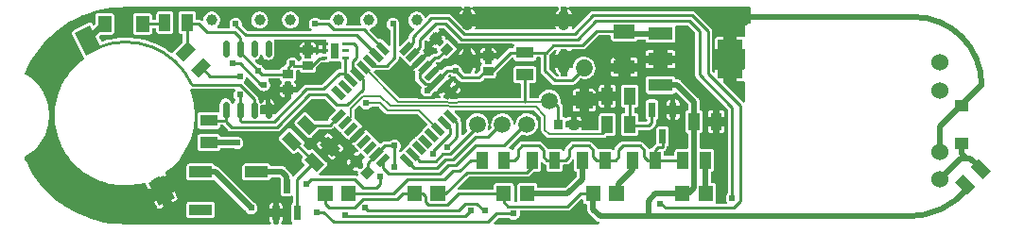
<source format=gbl>
G04 Layer: BottomLayer*
G04 EasyEDA v6.5.1, 2022-03-27 10:56:29*
G04 5bdfba2922064175801a4ef29472edea,f5a38c858c354eb5b90fd3f81420cce3,10*
G04 Gerber Generator version 0.2*
G04 Scale: 100 percent, Rotated: No, Reflected: No *
G04 Dimensions in millimeters *
G04 leading zeros omitted , absolute positions ,4 integer and 5 decimal *
%FSLAX45Y45*%
%MOMM*%

%ADD10C,0.2540*%
%ADD11C,0.5080*%
%ADD12C,0.1500*%
%ADD15C,0.6000*%
%ADD16C,0.6096*%
%ADD17C,1.5000*%
%ADD31C,1.0000*%
%ADD32C,1.5240*%
%ADD45R,1.5000X1.5000*%

%LPD*%
G36*
X2260955Y-590143D02*
G01*
X2256637Y-589178D01*
X2253132Y-586536D01*
X2251100Y-582625D01*
X2249830Y-577697D01*
X2245664Y-568858D01*
X2240076Y-560832D01*
X2233168Y-553923D01*
X2225141Y-548335D01*
X2216302Y-544169D01*
X2206853Y-541680D01*
X2198776Y-540969D01*
X2195322Y-540054D01*
X2192477Y-538022D01*
X2169769Y-515366D01*
X2167483Y-511809D01*
X2166823Y-507644D01*
X2167940Y-503529D01*
X2170582Y-500278D01*
X2174341Y-498348D01*
X2177999Y-497382D01*
X2186787Y-493268D01*
X2194763Y-487680D01*
X2201621Y-480872D01*
X2207158Y-472897D01*
X2211273Y-464108D01*
X2212695Y-458825D01*
X2214727Y-454914D01*
X2218182Y-452221D01*
X2222500Y-451256D01*
X2226818Y-452221D01*
X2230272Y-454914D01*
X2232304Y-458825D01*
X2233726Y-464108D01*
X2237841Y-472897D01*
X2243378Y-480872D01*
X2250236Y-487680D01*
X2258212Y-493268D01*
X2267000Y-497382D01*
X2276348Y-499872D01*
X2286000Y-500735D01*
X2295652Y-499872D01*
X2304999Y-497382D01*
X2313787Y-493268D01*
X2321763Y-487680D01*
X2328621Y-480872D01*
X2334158Y-472897D01*
X2338273Y-464108D01*
X2340762Y-454761D01*
X2341676Y-444652D01*
X2341676Y-353568D01*
X2340762Y-343458D01*
X2338273Y-334060D01*
X2337409Y-332232D01*
X2336444Y-328269D01*
X2337104Y-324256D01*
X2339289Y-320852D01*
X2342642Y-318566D01*
X2346604Y-317754D01*
X2727502Y-317754D01*
X2731262Y-318465D01*
X2734513Y-320548D01*
X2736748Y-323697D01*
X2737612Y-327456D01*
X2737053Y-331266D01*
X2735427Y-335889D01*
X2734818Y-341477D01*
X2767787Y-341477D01*
X2767787Y-327914D01*
X2768549Y-324002D01*
X2770784Y-320751D01*
X2774086Y-318516D01*
X2777947Y-317754D01*
X2797860Y-317754D01*
X2801721Y-318516D01*
X2805023Y-320751D01*
X2807208Y-324002D01*
X2808020Y-327914D01*
X2808020Y-341477D01*
X2814574Y-341477D01*
X2818485Y-342290D01*
X2821787Y-344474D01*
X2823972Y-347776D01*
X2824734Y-351637D01*
X2824734Y-356514D01*
X2823972Y-360426D01*
X2821787Y-363728D01*
X2818485Y-365912D01*
X2814574Y-366674D01*
X2808020Y-366674D01*
X2808020Y-406501D01*
X2814574Y-406501D01*
X2818485Y-407263D01*
X2821787Y-409498D01*
X2823972Y-412750D01*
X2824734Y-416661D01*
X2824734Y-421538D01*
X2823972Y-425450D01*
X2821787Y-428701D01*
X2818485Y-430936D01*
X2814574Y-431698D01*
X2808020Y-431698D01*
X2808020Y-435762D01*
X2807208Y-439674D01*
X2805023Y-442976D01*
X2801721Y-445160D01*
X2797860Y-445922D01*
X2777947Y-445770D01*
X2774086Y-444957D01*
X2770784Y-442772D01*
X2768549Y-439470D01*
X2767787Y-435609D01*
X2767787Y-431698D01*
X2734818Y-431698D01*
X2735529Y-437896D01*
X2735122Y-442061D01*
X2733090Y-445719D01*
X2729788Y-448208D01*
X2726740Y-449630D01*
X2722829Y-450596D01*
X2718816Y-449986D01*
X2715361Y-447801D01*
X2713075Y-444449D01*
X2712262Y-438962D01*
X2670454Y-438962D01*
X2670454Y-476758D01*
X2669692Y-480669D01*
X2667457Y-483971D01*
X2664155Y-486156D01*
X2660294Y-486918D01*
X2622905Y-486918D01*
X2619044Y-486156D01*
X2615742Y-483971D01*
X2613507Y-480669D01*
X2612745Y-476758D01*
X2612745Y-438962D01*
X2570937Y-438962D01*
X2570937Y-452018D01*
X2571648Y-458317D01*
X2573528Y-463702D01*
X2576576Y-468579D01*
X2580640Y-472592D01*
X2582875Y-474014D01*
X2585770Y-476808D01*
X2587396Y-480568D01*
X2587396Y-484632D01*
X2585770Y-488391D01*
X2582875Y-491185D01*
X2580640Y-492607D01*
X2576576Y-496620D01*
X2573528Y-501497D01*
X2571445Y-507441D01*
X2569311Y-510997D01*
X2565958Y-513384D01*
X2561082Y-514248D01*
X2557373Y-513537D01*
X2554122Y-511454D01*
X2551887Y-508406D01*
X2550464Y-505358D01*
X2544876Y-497332D01*
X2537968Y-490423D01*
X2529941Y-484835D01*
X2521102Y-480669D01*
X2511653Y-478180D01*
X2501900Y-477316D01*
X2492146Y-478180D01*
X2482697Y-480669D01*
X2473858Y-484835D01*
X2465832Y-490423D01*
X2458923Y-497332D01*
X2453335Y-505358D01*
X2449169Y-514197D01*
X2446680Y-523646D01*
X2445969Y-531723D01*
X2445054Y-535178D01*
X2443022Y-538022D01*
X2437028Y-544017D01*
X2431948Y-550214D01*
X2428087Y-557479D01*
X2426055Y-560070D01*
X2423363Y-561898D01*
X2420213Y-562813D01*
X2413101Y-563575D01*
X2407716Y-565454D01*
X2402840Y-568502D01*
X2398776Y-572566D01*
X2395728Y-577392D01*
X2393645Y-583336D01*
X2391511Y-586892D01*
X2388158Y-589280D01*
X2384094Y-590143D01*
G37*

%LPC*%
G36*
X2734818Y-406501D02*
G01*
X2767787Y-406501D01*
X2767787Y-366674D01*
X2734818Y-366674D01*
X2735427Y-372313D01*
X2737358Y-377698D01*
X2739542Y-381203D01*
X2740914Y-384708D01*
X2740914Y-388467D01*
X2739542Y-392023D01*
X2737358Y-395478D01*
X2735427Y-400913D01*
G37*
G36*
X2570937Y-386232D02*
G01*
X2612745Y-386232D01*
X2612745Y-346964D01*
X2597150Y-346964D01*
X2590901Y-347675D01*
X2585516Y-349554D01*
X2580640Y-352602D01*
X2576576Y-356666D01*
X2573528Y-361492D01*
X2571648Y-366928D01*
X2570937Y-373176D01*
G37*
G36*
X2670454Y-386232D02*
G01*
X2712262Y-386232D01*
X2712262Y-373176D01*
X2711551Y-366928D01*
X2709672Y-361492D01*
X2706624Y-356666D01*
X2702560Y-352602D01*
X2697683Y-349554D01*
X2692298Y-347675D01*
X2686050Y-346964D01*
X2670454Y-346964D01*
G37*

%LPD*%
G36*
X3468014Y-843127D02*
G01*
X3464153Y-842365D01*
X3460851Y-840181D01*
X3234588Y-613918D01*
X3232251Y-610362D01*
X3231642Y-606145D01*
X3232759Y-602081D01*
X3235452Y-598779D01*
X3239160Y-595833D01*
X3242157Y-594156D01*
X3245510Y-593598D01*
X3343148Y-593598D01*
X3351123Y-592836D01*
X3358286Y-590651D01*
X3364941Y-587095D01*
X3371138Y-582015D01*
X3443071Y-510082D01*
X3448151Y-503885D01*
X3451707Y-497281D01*
X3453841Y-490118D01*
X3454704Y-480974D01*
X3455771Y-477316D01*
X3458057Y-474268D01*
X3461359Y-472338D01*
X3465118Y-471728D01*
X3468827Y-472592D01*
X3471976Y-474726D01*
X3478580Y-481279D01*
X3483508Y-485241D01*
X3485794Y-486308D01*
X3488537Y-488289D01*
X3490518Y-491083D01*
X3491636Y-493318D01*
X3495548Y-498246D01*
X3534257Y-536956D01*
X3539185Y-540918D01*
X3542690Y-542594D01*
X3545433Y-544525D01*
X3547414Y-547319D01*
X3549091Y-550824D01*
X3553002Y-555752D01*
X3558032Y-560730D01*
X3594404Y-524357D01*
X3593134Y-520192D01*
X3593744Y-515874D01*
X3596081Y-512216D01*
X3635603Y-472744D01*
X3639261Y-470357D01*
X3643579Y-469798D01*
X3647694Y-471017D01*
X3684066Y-434644D01*
X3679088Y-429666D01*
X3675430Y-426720D01*
X3672840Y-423672D01*
X3671671Y-419862D01*
X3672027Y-415848D01*
X3673906Y-412343D01*
X3676751Y-408889D01*
X3680307Y-402285D01*
X3682492Y-395071D01*
X3683254Y-387096D01*
X3683254Y-337616D01*
X3684015Y-333705D01*
X3686251Y-330403D01*
X3691331Y-325323D01*
X3694887Y-322986D01*
X3699103Y-322376D01*
X3703167Y-323494D01*
X3706469Y-326186D01*
X3708044Y-328168D01*
X3717340Y-337413D01*
X3746855Y-307898D01*
X3735019Y-296011D01*
X3732784Y-292709D01*
X3732022Y-288798D01*
X3732784Y-284937D01*
X3735019Y-281635D01*
X3761435Y-255219D01*
X3764737Y-252984D01*
X3768598Y-252221D01*
X3772509Y-252984D01*
X3775811Y-255219D01*
X3787698Y-267055D01*
X3817213Y-237540D01*
X3813200Y-233476D01*
X3811015Y-230225D01*
X3810254Y-226314D01*
X3811015Y-222402D01*
X3813200Y-219151D01*
X3816502Y-216916D01*
X3820414Y-216154D01*
X3853383Y-216154D01*
X3857294Y-216916D01*
X3860596Y-219151D01*
X3985717Y-344271D01*
X3991914Y-349351D01*
X3998518Y-352907D01*
X4005732Y-355092D01*
X4013708Y-355854D01*
X4476089Y-355854D01*
X4480306Y-356768D01*
X4483760Y-359308D01*
X4485843Y-363067D01*
X4486148Y-367385D01*
X4482287Y-377647D01*
X4481474Y-385775D01*
X4480458Y-389382D01*
X4478223Y-392328D01*
X4475073Y-394309D01*
X4471365Y-394970D01*
X4456684Y-394970D01*
X4448708Y-395732D01*
X4441494Y-397916D01*
X4434890Y-401472D01*
X4428693Y-406552D01*
X4342485Y-492759D01*
X4339285Y-494944D01*
X4335424Y-495757D01*
X4331614Y-495046D01*
X4328312Y-492963D01*
X4326077Y-489762D01*
X4283354Y-489762D01*
X4283354Y-527558D01*
X4282592Y-531469D01*
X4280357Y-534771D01*
X4277055Y-536956D01*
X4273194Y-537718D01*
X4235805Y-537718D01*
X4231944Y-536956D01*
X4228642Y-534771D01*
X4226407Y-531469D01*
X4225645Y-527558D01*
X4225645Y-489762D01*
X4183837Y-489762D01*
X4183837Y-502818D01*
X4184548Y-509117D01*
X4186428Y-514502D01*
X4189476Y-519379D01*
X4193540Y-523392D01*
X4195724Y-524814D01*
X4198670Y-527608D01*
X4200296Y-531368D01*
X4200296Y-535432D01*
X4198670Y-539191D01*
X4195724Y-541985D01*
X4193540Y-543407D01*
X4189476Y-547420D01*
X4186428Y-552297D01*
X4184548Y-557682D01*
X4183837Y-563981D01*
X4183837Y-590296D01*
X4183075Y-594207D01*
X4180890Y-597509D01*
X4159300Y-619048D01*
X4155998Y-621284D01*
X4152087Y-622046D01*
X4142638Y-622046D01*
X4138472Y-621182D01*
X4135069Y-618693D01*
X4132986Y-615035D01*
X4132529Y-610819D01*
X4133850Y-606806D01*
X4136136Y-602792D01*
X4140250Y-592277D01*
X4142790Y-581253D01*
X4143349Y-573836D01*
X4099356Y-573836D01*
X4099356Y-611886D01*
X4098594Y-615797D01*
X4096359Y-619048D01*
X4093057Y-621284D01*
X4089196Y-622046D01*
X4046829Y-622046D01*
X4042918Y-621284D01*
X4039615Y-619048D01*
X4037431Y-615797D01*
X4036669Y-611886D01*
X4036669Y-573836D01*
X4019753Y-573836D01*
X4016552Y-573328D01*
X4013708Y-571855D01*
X4011422Y-569518D01*
X4005376Y-560832D01*
X3998468Y-553923D01*
X3990441Y-548335D01*
X3981602Y-544169D01*
X3972153Y-541680D01*
X3962400Y-540816D01*
X3952646Y-541680D01*
X3943197Y-544169D01*
X3934358Y-548335D01*
X3926332Y-553923D01*
X3924706Y-555548D01*
X3921404Y-557784D01*
X3917492Y-558546D01*
X3888689Y-558546D01*
X3880713Y-559308D01*
X3873550Y-561492D01*
X3866946Y-565048D01*
X3860749Y-570128D01*
X3847185Y-583692D01*
X3843578Y-586028D01*
X3839413Y-586689D01*
X3835298Y-585571D01*
X3832047Y-582879D01*
X3830980Y-581507D01*
X3826001Y-576529D01*
X3788816Y-613714D01*
X3789019Y-617118D01*
X3788105Y-620420D01*
X3786124Y-623214D01*
X3746601Y-662736D01*
X3743807Y-664718D01*
X3740505Y-665683D01*
X3737051Y-665429D01*
X3723690Y-678789D01*
X3720388Y-681024D01*
X3716528Y-681786D01*
X3711194Y-681786D01*
X3707333Y-681024D01*
X3704031Y-678789D01*
X3692296Y-667105D01*
X3690112Y-663803D01*
X3689350Y-659942D01*
X3690112Y-656031D01*
X3692296Y-652729D01*
X3707536Y-637489D01*
X3706266Y-633323D01*
X3706876Y-629056D01*
X3709212Y-625398D01*
X3748735Y-585876D01*
X3752392Y-583539D01*
X3756710Y-582930D01*
X3760876Y-584149D01*
X3797249Y-547776D01*
X3792270Y-542798D01*
X3788918Y-540156D01*
X3786225Y-536854D01*
X3785108Y-532739D01*
X3785768Y-528574D01*
X3788054Y-525018D01*
X3792423Y-521716D01*
X3796334Y-520954D01*
X3806951Y-520954D01*
X3814927Y-520192D01*
X3822141Y-518007D01*
X3828745Y-514451D01*
X3834942Y-509371D01*
X3855669Y-488594D01*
X3859174Y-486359D01*
X3863238Y-485648D01*
X3867302Y-486664D01*
X3872890Y-489356D01*
X3878478Y-490626D01*
X3884218Y-490626D01*
X3889806Y-489356D01*
X3894988Y-486867D01*
X3899915Y-482955D01*
X3962755Y-420116D01*
X3966667Y-415188D01*
X3969156Y-410006D01*
X3970426Y-404418D01*
X3970426Y-398678D01*
X3969156Y-393090D01*
X3966667Y-387959D01*
X3962755Y-383032D01*
X3906977Y-327253D01*
X3902049Y-323342D01*
X3896868Y-320852D01*
X3891279Y-319582D01*
X3885539Y-319582D01*
X3883050Y-320141D01*
X3878935Y-320243D01*
X3875176Y-318719D01*
X3872280Y-315823D01*
X3870756Y-312064D01*
X3870858Y-307949D01*
X3871417Y-305460D01*
X3871417Y-299720D01*
X3870147Y-294132D01*
X3867658Y-288950D01*
X3863746Y-284022D01*
X3854500Y-274777D01*
X3824935Y-304342D01*
X3851706Y-331063D01*
X3853891Y-334365D01*
X3854653Y-338277D01*
X3853891Y-342138D01*
X3851706Y-345440D01*
X3825240Y-371906D01*
X3821937Y-374091D01*
X3818077Y-374853D01*
X3814165Y-374091D01*
X3810863Y-371906D01*
X3784142Y-345135D01*
X3754577Y-374700D01*
X3763822Y-383946D01*
X3768750Y-387858D01*
X3773932Y-390347D01*
X3779520Y-391617D01*
X3785260Y-391617D01*
X3787749Y-391058D01*
X3791864Y-390956D01*
X3795623Y-392480D01*
X3798519Y-395376D01*
X3800043Y-399135D01*
X3799941Y-403250D01*
X3799382Y-405739D01*
X3799382Y-411480D01*
X3800652Y-417068D01*
X3803396Y-422808D01*
X3804412Y-426821D01*
X3803700Y-430936D01*
X3801414Y-434390D01*
X3794556Y-441248D01*
X3791254Y-443484D01*
X3787343Y-444246D01*
X3776726Y-444246D01*
X3768750Y-445008D01*
X3761536Y-447192D01*
X3754932Y-450748D01*
X3748735Y-455828D01*
X3734003Y-470560D01*
X3730447Y-472846D01*
X3726281Y-473506D01*
X3722166Y-472389D01*
X3718864Y-469696D01*
X3717798Y-468376D01*
X3712819Y-463397D01*
X3675634Y-500532D01*
X3675887Y-503986D01*
X3674922Y-507288D01*
X3672941Y-510082D01*
X3633419Y-549605D01*
X3630625Y-551586D01*
X3627323Y-552500D01*
X3623919Y-552297D01*
X3586734Y-589483D01*
X3591712Y-594461D01*
X3600399Y-600862D01*
X3602380Y-603859D01*
X3603193Y-607314D01*
X3601974Y-619048D01*
X3601974Y-668832D01*
X3602736Y-676808D01*
X3604920Y-684022D01*
X3608476Y-690626D01*
X3613556Y-696823D01*
X3655923Y-739190D01*
X3658158Y-742645D01*
X3658870Y-746658D01*
X3657955Y-750671D01*
X3655669Y-755497D01*
X3653180Y-764946D01*
X3652316Y-774700D01*
X3653180Y-784453D01*
X3655669Y-793902D01*
X3659835Y-802741D01*
X3665423Y-810768D01*
X3672332Y-817676D01*
X3684574Y-826058D01*
X3686606Y-829411D01*
X3687267Y-833221D01*
X3686454Y-837031D01*
X3684219Y-840282D01*
X3680968Y-842416D01*
X3677107Y-843127D01*
G37*

%LPC*%
G36*
X3992676Y-456133D02*
G01*
X4036669Y-456133D01*
X4036669Y-391414D01*
X4030167Y-394512D01*
X4020870Y-400862D01*
X4012590Y-408533D01*
X4005529Y-417372D01*
X3999890Y-427177D01*
X3995724Y-437692D01*
X3993235Y-448716D01*
G37*
G36*
X4099356Y-456133D02*
G01*
X4143349Y-456133D01*
X4142790Y-448716D01*
X4140250Y-437692D01*
X4136136Y-427177D01*
X4130497Y-417372D01*
X4123436Y-408533D01*
X4115155Y-400862D01*
X4105808Y-394512D01*
X4099356Y-391414D01*
G37*
G36*
X4183837Y-437083D02*
G01*
X4225645Y-437083D01*
X4225645Y-397764D01*
X4210050Y-397764D01*
X4203801Y-398475D01*
X4198416Y-400354D01*
X4193540Y-403402D01*
X4189476Y-407466D01*
X4186428Y-412292D01*
X4184548Y-417728D01*
X4183837Y-423976D01*
G37*
G36*
X4283354Y-437083D02*
G01*
X4325162Y-437083D01*
X4325162Y-423976D01*
X4324451Y-417728D01*
X4322572Y-412292D01*
X4319524Y-407466D01*
X4315460Y-403402D01*
X4310583Y-400354D01*
X4305198Y-398475D01*
X4298950Y-397764D01*
X4283354Y-397764D01*
G37*

%LPD*%
G36*
X2274824Y-1015746D02*
G01*
X2270912Y-1014984D01*
X2267610Y-1012748D01*
X2265426Y-1009497D01*
X2264664Y-1005586D01*
X2264664Y-991463D01*
X2224836Y-991463D01*
X2220925Y-990701D01*
X2217623Y-988466D01*
X2215438Y-985164D01*
X2214676Y-981303D01*
X2214676Y-912926D01*
X2215438Y-909015D01*
X2217623Y-905713D01*
X2220925Y-903528D01*
X2224836Y-902766D01*
X2264664Y-902766D01*
X2264664Y-849934D01*
X2258212Y-852932D01*
X2250236Y-858519D01*
X2243378Y-865327D01*
X2237841Y-873302D01*
X2233726Y-882091D01*
X2232304Y-887374D01*
X2230272Y-891286D01*
X2226818Y-893978D01*
X2222500Y-894943D01*
X2218182Y-893978D01*
X2214727Y-891286D01*
X2212695Y-887374D01*
X2211273Y-882091D01*
X2207158Y-873302D01*
X2201621Y-865327D01*
X2200351Y-864057D01*
X2198116Y-860806D01*
X2197354Y-856894D01*
X2197354Y-851408D01*
X2196592Y-843432D01*
X2194407Y-836218D01*
X2190851Y-829614D01*
X2185771Y-823417D01*
X2067712Y-705358D01*
X2065528Y-702106D01*
X2064766Y-698195D01*
X2065528Y-694283D01*
X2067712Y-691032D01*
X2074976Y-683768D01*
X2080564Y-675741D01*
X2084730Y-666902D01*
X2085746Y-662940D01*
X2087676Y-659180D01*
X2090978Y-656539D01*
X2095042Y-655421D01*
X2099208Y-656082D01*
X2102764Y-658418D01*
X2195017Y-750671D01*
X2201926Y-756361D01*
X2204923Y-759968D01*
X2211832Y-766876D01*
X2219858Y-772464D01*
X2228697Y-776630D01*
X2238146Y-779119D01*
X2247900Y-779983D01*
X2257653Y-779119D01*
X2267102Y-776630D01*
X2275941Y-772464D01*
X2283968Y-766876D01*
X2290876Y-759968D01*
X2296464Y-751941D01*
X2300630Y-743102D01*
X2303119Y-733653D01*
X2303983Y-723900D01*
X2303119Y-714146D01*
X2300630Y-704697D01*
X2296464Y-695858D01*
X2290876Y-687832D01*
X2287219Y-684174D01*
X2285034Y-680923D01*
X2284272Y-677011D01*
X2285034Y-673100D01*
X2287219Y-669848D01*
X2290521Y-667613D01*
X2294432Y-666851D01*
X2384094Y-666851D01*
X2388158Y-667715D01*
X2391511Y-670102D01*
X2393645Y-673658D01*
X2395728Y-679602D01*
X2398776Y-684479D01*
X2402840Y-688492D01*
X2405075Y-689914D01*
X2407970Y-692708D01*
X2409596Y-696468D01*
X2409596Y-700532D01*
X2407970Y-704291D01*
X2405075Y-707085D01*
X2402840Y-708507D01*
X2398776Y-712520D01*
X2395728Y-717397D01*
X2393848Y-722782D01*
X2393137Y-729081D01*
X2393137Y-742137D01*
X2434945Y-742137D01*
X2434945Y-704342D01*
X2435707Y-700430D01*
X2437942Y-697128D01*
X2441244Y-694944D01*
X2445105Y-694182D01*
X2482494Y-694182D01*
X2486355Y-694944D01*
X2489657Y-697128D01*
X2491892Y-700430D01*
X2492654Y-704342D01*
X2492654Y-742137D01*
X2534462Y-742137D01*
X2534462Y-729081D01*
X2533751Y-722782D01*
X2531872Y-717397D01*
X2528824Y-712520D01*
X2524760Y-708507D01*
X2522575Y-707085D01*
X2519629Y-704291D01*
X2518003Y-700532D01*
X2518003Y-696468D01*
X2519629Y-692708D01*
X2522575Y-689914D01*
X2524760Y-688492D01*
X2528824Y-684479D01*
X2531872Y-679602D01*
X2533751Y-674217D01*
X2534462Y-667918D01*
X2534462Y-601116D01*
X2535224Y-597204D01*
X2537409Y-593953D01*
X2540711Y-591718D01*
X2544622Y-590956D01*
X2561894Y-590956D01*
X2565958Y-591820D01*
X2569311Y-594207D01*
X2571445Y-597763D01*
X2573528Y-603707D01*
X2576576Y-608533D01*
X2580640Y-612597D01*
X2585516Y-615645D01*
X2590901Y-617524D01*
X2597150Y-618236D01*
X2686050Y-618236D01*
X2692298Y-617524D01*
X2697683Y-615645D01*
X2702560Y-612597D01*
X2706624Y-608533D01*
X2709672Y-603707D01*
X2711551Y-598271D01*
X2712262Y-592023D01*
X2712262Y-573481D01*
X2713024Y-569620D01*
X2715209Y-566318D01*
X2756103Y-525424D01*
X2759405Y-523240D01*
X2763316Y-522478D01*
X2787396Y-522478D01*
X2789885Y-522274D01*
X2814828Y-522274D01*
X2821076Y-521563D01*
X2826512Y-519633D01*
X2831338Y-516585D01*
X2834030Y-513892D01*
X2837180Y-511809D01*
X2840837Y-510946D01*
X2850946Y-512267D01*
X2914853Y-512267D01*
X2924962Y-510946D01*
X2928620Y-511809D01*
X2931769Y-513892D01*
X2937306Y-519074D01*
X2938983Y-522071D01*
X2939542Y-525424D01*
X2939542Y-573786D01*
X2938780Y-577697D01*
X2936544Y-580948D01*
X2933293Y-583184D01*
X2929382Y-583946D01*
X2921508Y-583946D01*
X2913532Y-584708D01*
X2906318Y-586892D01*
X2899714Y-590448D01*
X2893517Y-595528D01*
X2768396Y-720648D01*
X2765094Y-722884D01*
X2761183Y-723646D01*
X2629408Y-723646D01*
X2621432Y-724408D01*
X2614218Y-726592D01*
X2607614Y-730148D01*
X2601417Y-735228D01*
X2544775Y-791870D01*
X2541473Y-794054D01*
X2537612Y-794867D01*
X2492654Y-794867D01*
X2492654Y-839825D01*
X2491892Y-843686D01*
X2489657Y-846988D01*
X2348179Y-988466D01*
X2344877Y-990701D01*
X2341016Y-991463D01*
X2307336Y-991463D01*
X2307336Y-1005586D01*
X2306574Y-1009497D01*
X2304389Y-1012748D01*
X2301087Y-1014984D01*
X2297176Y-1015746D01*
G37*

%LPC*%
G36*
X2307336Y-902766D02*
G01*
X2341676Y-902766D01*
X2340762Y-891438D01*
X2338273Y-882091D01*
X2334158Y-873302D01*
X2328621Y-865327D01*
X2321763Y-858519D01*
X2313787Y-852932D01*
X2307336Y-849934D01*
G37*
G36*
X2419350Y-834136D02*
G01*
X2434945Y-834136D01*
X2434945Y-794867D01*
X2393137Y-794867D01*
X2393137Y-807923D01*
X2393848Y-814171D01*
X2395728Y-819607D01*
X2398776Y-824433D01*
X2402840Y-828497D01*
X2407716Y-831545D01*
X2413101Y-833424D01*
G37*

%LPD*%
G36*
X4495800Y-1777746D02*
G01*
X4491939Y-1776984D01*
X4488637Y-1774748D01*
X4486402Y-1771497D01*
X4485640Y-1767586D01*
X4485640Y-1630578D01*
X4484928Y-1624330D01*
X4483049Y-1618894D01*
X4480001Y-1614068D01*
X4475937Y-1610004D01*
X4471111Y-1606956D01*
X4465675Y-1605076D01*
X4459427Y-1604365D01*
X4330496Y-1604365D01*
X4324248Y-1605076D01*
X4318863Y-1606956D01*
X4313986Y-1610004D01*
X4309922Y-1614068D01*
X4306874Y-1618894D01*
X4304995Y-1624330D01*
X4304284Y-1630578D01*
X4304284Y-1651507D01*
X4303522Y-1655419D01*
X4301337Y-1658670D01*
X4298035Y-1660906D01*
X4294124Y-1661668D01*
X3992422Y-1661668D01*
X3988511Y-1660906D01*
X3985209Y-1658670D01*
X3983024Y-1655419D01*
X3982262Y-1651507D01*
X3983024Y-1647596D01*
X3985209Y-1644345D01*
X4076903Y-1552651D01*
X4080205Y-1550416D01*
X4084116Y-1549654D01*
X4596892Y-1549654D01*
X4604867Y-1548892D01*
X4612081Y-1546707D01*
X4618685Y-1543151D01*
X4624882Y-1538071D01*
X4656836Y-1506118D01*
X4660087Y-1503934D01*
X4663998Y-1503172D01*
X4699406Y-1503172D01*
X4705705Y-1502460D01*
X4711090Y-1500581D01*
X4715967Y-1497482D01*
X4720031Y-1493469D01*
X4723079Y-1488592D01*
X4724958Y-1483207D01*
X4725670Y-1476908D01*
X4725670Y-1426210D01*
X4726432Y-1422349D01*
X4728616Y-1419047D01*
X4731918Y-1416862D01*
X4735830Y-1416050D01*
X4739690Y-1416862D01*
X4742992Y-1419047D01*
X4750765Y-1426819D01*
X4756962Y-1431899D01*
X4763566Y-1435455D01*
X4767122Y-1436522D01*
X4770882Y-1438605D01*
X4773422Y-1442059D01*
X4774336Y-1446225D01*
X4774336Y-1476908D01*
X4775047Y-1483207D01*
X4776927Y-1488592D01*
X4779975Y-1493469D01*
X4784039Y-1497482D01*
X4788916Y-1500581D01*
X4794300Y-1502460D01*
X4800549Y-1503172D01*
X4899406Y-1503172D01*
X4905705Y-1502460D01*
X4911090Y-1500581D01*
X4915966Y-1497482D01*
X4920030Y-1493469D01*
X4923078Y-1488592D01*
X4924958Y-1483207D01*
X4925669Y-1476908D01*
X4925669Y-1448562D01*
X4926431Y-1444650D01*
X4928616Y-1441399D01*
X4931918Y-1439164D01*
X4935829Y-1438402D01*
X4949444Y-1438402D01*
X4957419Y-1437640D01*
X4964633Y-1435455D01*
X4971237Y-1431899D01*
X4977434Y-1426819D01*
X5005171Y-1399082D01*
X5006340Y-1397660D01*
X5009540Y-1395069D01*
X5013502Y-1393952D01*
X5017617Y-1394510D01*
X5021122Y-1396695D01*
X5023510Y-1400048D01*
X5024323Y-1404112D01*
X5024323Y-1476908D01*
X5025034Y-1483207D01*
X5026964Y-1488592D01*
X5030012Y-1493469D01*
X5034026Y-1497482D01*
X5038902Y-1500581D01*
X5042204Y-1501698D01*
X5045760Y-1503832D01*
X5048148Y-1507236D01*
X5049012Y-1511300D01*
X5049012Y-1542084D01*
X5048250Y-1545945D01*
X5046014Y-1549247D01*
X4949291Y-1645970D01*
X4945989Y-1648206D01*
X4942128Y-1648968D01*
X4705858Y-1648968D01*
X4701997Y-1648206D01*
X4698695Y-1645970D01*
X4696460Y-1642719D01*
X4695698Y-1638807D01*
X4695698Y-1630578D01*
X4694986Y-1624330D01*
X4693107Y-1618894D01*
X4690059Y-1614068D01*
X4685995Y-1610004D01*
X4681169Y-1606956D01*
X4675733Y-1605076D01*
X4669485Y-1604365D01*
X4540554Y-1604365D01*
X4534306Y-1605076D01*
X4528921Y-1606956D01*
X4524044Y-1610004D01*
X4519980Y-1614068D01*
X4516932Y-1618894D01*
X4515053Y-1624330D01*
X4514342Y-1630578D01*
X4514342Y-1767586D01*
X4513580Y-1771497D01*
X4511395Y-1774748D01*
X4508093Y-1776984D01*
X4504182Y-1777746D01*
G37*

%LPD*%
G36*
X6304127Y-1790446D02*
G01*
X6300368Y-1789734D01*
X6297117Y-1787652D01*
X6294882Y-1784502D01*
X6294018Y-1780743D01*
X6294983Y-1775663D01*
X6295694Y-1769414D01*
X6295694Y-1630578D01*
X6294983Y-1624330D01*
X6293104Y-1618894D01*
X6290056Y-1614068D01*
X6285992Y-1610004D01*
X6281166Y-1606956D01*
X6275730Y-1605076D01*
X6269482Y-1604365D01*
X6261201Y-1604365D01*
X6257340Y-1603603D01*
X6254038Y-1601368D01*
X6251803Y-1598117D01*
X6251041Y-1594205D01*
X6251041Y-1511300D01*
X6251905Y-1507236D01*
X6254292Y-1503832D01*
X6257848Y-1501698D01*
X6261100Y-1500581D01*
X6265976Y-1497482D01*
X6269990Y-1493469D01*
X6273038Y-1488592D01*
X6274968Y-1483207D01*
X6275679Y-1476908D01*
X6275679Y-1323086D01*
X6274968Y-1316786D01*
X6273038Y-1311402D01*
X6269990Y-1306525D01*
X6265976Y-1302512D01*
X6261100Y-1299464D01*
X6255715Y-1297533D01*
X6249416Y-1296822D01*
X6158077Y-1296822D01*
X6154166Y-1296060D01*
X6150864Y-1293876D01*
X6148679Y-1290574D01*
X6147917Y-1286662D01*
X6148171Y-1165504D01*
X6149035Y-1161440D01*
X6151473Y-1158087D01*
X6154978Y-1155954D01*
X6158687Y-1154633D01*
X6163564Y-1151585D01*
X6167628Y-1147572D01*
X6170676Y-1142695D01*
X6172555Y-1137310D01*
X6173266Y-1131011D01*
X6173266Y-977188D01*
X6172555Y-970889D01*
X6170676Y-965504D01*
X6167628Y-960628D01*
X6163564Y-956614D01*
X6158687Y-953566D01*
X6155385Y-952398D01*
X6151829Y-950264D01*
X6149441Y-946861D01*
X6148578Y-942797D01*
X6148578Y-878027D01*
X6148374Y-873353D01*
X6147816Y-868984D01*
X6146850Y-864616D01*
X6145479Y-860348D01*
X6143802Y-856234D01*
X6141720Y-852322D01*
X6139332Y-848563D01*
X6136640Y-845007D01*
X6133490Y-841552D01*
X5981141Y-689203D01*
X5977686Y-686054D01*
X5974130Y-683361D01*
X5970371Y-680974D01*
X5966460Y-678891D01*
X5962345Y-677214D01*
X5958078Y-675843D01*
X5953709Y-674878D01*
X5949391Y-674319D01*
X5941568Y-674116D01*
X5938012Y-673354D01*
X5934964Y-671423D01*
X5932779Y-668578D01*
X5929833Y-659434D01*
X5926785Y-654608D01*
X5922721Y-650544D01*
X5917895Y-647496D01*
X5912459Y-645617D01*
X5906211Y-644906D01*
X5691428Y-644906D01*
X5685180Y-645617D01*
X5679744Y-647496D01*
X5674918Y-650544D01*
X5670854Y-654608D01*
X5667806Y-659434D01*
X5665927Y-664870D01*
X5665216Y-671118D01*
X5665216Y-779221D01*
X5665927Y-785469D01*
X5667806Y-790905D01*
X5670854Y-795731D01*
X5674918Y-799795D01*
X5679744Y-802843D01*
X5685180Y-804722D01*
X5691428Y-805434D01*
X5906211Y-805434D01*
X5912459Y-804722D01*
X5917895Y-802843D01*
X5922670Y-799795D01*
X5927699Y-794715D01*
X5931001Y-792480D01*
X5934913Y-791667D01*
X5938824Y-792429D01*
X5942126Y-794613D01*
X6043472Y-896010D01*
X6045708Y-899312D01*
X6046470Y-903173D01*
X6046470Y-942848D01*
X6045606Y-946912D01*
X6043218Y-950315D01*
X6039662Y-952449D01*
X6036513Y-953566D01*
X6031636Y-956614D01*
X6027572Y-960628D01*
X6024524Y-965504D01*
X6022644Y-970889D01*
X6021933Y-977188D01*
X6021933Y-1131011D01*
X6022644Y-1137310D01*
X6024524Y-1142695D01*
X6027572Y-1147572D01*
X6031636Y-1151585D01*
X6036513Y-1154633D01*
X6039307Y-1155649D01*
X6042863Y-1157782D01*
X6045250Y-1161186D01*
X6046063Y-1165250D01*
X6045809Y-1286713D01*
X6045047Y-1290574D01*
X6042812Y-1293876D01*
X6039510Y-1296060D01*
X6035649Y-1296822D01*
X5950559Y-1296822D01*
X5944311Y-1297533D01*
X5938875Y-1299464D01*
X5934049Y-1302512D01*
X5929985Y-1306525D01*
X5926937Y-1311402D01*
X5925058Y-1316786D01*
X5924346Y-1323086D01*
X5924346Y-1351483D01*
X5923584Y-1355394D01*
X5921349Y-1358696D01*
X5918098Y-1360881D01*
X5914186Y-1361643D01*
X5835802Y-1361643D01*
X5831941Y-1360881D01*
X5828639Y-1358696D01*
X5826404Y-1355394D01*
X5825642Y-1351483D01*
X5825642Y-1327150D01*
X5826302Y-1323594D01*
X5828182Y-1320495D01*
X5831027Y-1318209D01*
X5837885Y-1314551D01*
X5843676Y-1309776D01*
X5848451Y-1303985D01*
X5852007Y-1297381D01*
X5854141Y-1290218D01*
X5855004Y-1281277D01*
X5855766Y-1278280D01*
X5857392Y-1275638D01*
X5859729Y-1273606D01*
X5862574Y-1271828D01*
X5866587Y-1267764D01*
X5869635Y-1262888D01*
X5871565Y-1257503D01*
X5872276Y-1251254D01*
X5872276Y-1122375D01*
X5871565Y-1116126D01*
X5869635Y-1110691D01*
X5866587Y-1105865D01*
X5862574Y-1101801D01*
X5857697Y-1098753D01*
X5852312Y-1096873D01*
X5846013Y-1096162D01*
X5787186Y-1096162D01*
X5780887Y-1096873D01*
X5775502Y-1098753D01*
X5770626Y-1101801D01*
X5766612Y-1105865D01*
X5763564Y-1110691D01*
X5761634Y-1116126D01*
X5760923Y-1122375D01*
X5760923Y-1242974D01*
X5759958Y-1247343D01*
X5757214Y-1250848D01*
X5751017Y-1255928D01*
X5723229Y-1283716D01*
X5718149Y-1289913D01*
X5715050Y-1294333D01*
X5711952Y-1296212D01*
X5708345Y-1296822D01*
X5700572Y-1296822D01*
X5696254Y-1297330D01*
X5692241Y-1296974D01*
X5688685Y-1295146D01*
X5686145Y-1292047D01*
X5683351Y-1286814D01*
X5678271Y-1280617D01*
X5640882Y-1243228D01*
X5634685Y-1238148D01*
X5628081Y-1234592D01*
X5620867Y-1232408D01*
X5612892Y-1231646D01*
X5461508Y-1231646D01*
X5453532Y-1232408D01*
X5446318Y-1234592D01*
X5439714Y-1238148D01*
X5433517Y-1243228D01*
X5396128Y-1280617D01*
X5391048Y-1286814D01*
X5387492Y-1293418D01*
X5385308Y-1300683D01*
X5383326Y-1304340D01*
X5380024Y-1306880D01*
X5375960Y-1307896D01*
X5371896Y-1307236D01*
X5368391Y-1304950D01*
X5365953Y-1302512D01*
X5361127Y-1299464D01*
X5355691Y-1297533D01*
X5349443Y-1296822D01*
X5250586Y-1296822D01*
X5244287Y-1297533D01*
X5242052Y-1298346D01*
X5238546Y-1298905D01*
X5234990Y-1298194D01*
X5231942Y-1296365D01*
X5229758Y-1293520D01*
X5226151Y-1286814D01*
X5221071Y-1280617D01*
X5183682Y-1243228D01*
X5177485Y-1238148D01*
X5170881Y-1234592D01*
X5163667Y-1232408D01*
X5155692Y-1231646D01*
X5017008Y-1231646D01*
X5009032Y-1232408D01*
X5001818Y-1234592D01*
X4995214Y-1238148D01*
X4989017Y-1243228D01*
X4951628Y-1280617D01*
X4946548Y-1286814D01*
X4942992Y-1293418D01*
X4940808Y-1300632D01*
X4940401Y-1304848D01*
X4939182Y-1308811D01*
X4936439Y-1311960D01*
X4932629Y-1313738D01*
X4928463Y-1313840D01*
X4924602Y-1312265D01*
X4921707Y-1309268D01*
X4920030Y-1306525D01*
X4915966Y-1302512D01*
X4911090Y-1299464D01*
X4905705Y-1297533D01*
X4899406Y-1296822D01*
X4800549Y-1296822D01*
X4794605Y-1297533D01*
X4790643Y-1297178D01*
X4787087Y-1295298D01*
X4784547Y-1292199D01*
X4781651Y-1286814D01*
X4776571Y-1280617D01*
X4739182Y-1243228D01*
X4732985Y-1238148D01*
X4726381Y-1234592D01*
X4719167Y-1232408D01*
X4711192Y-1231646D01*
X4559808Y-1231646D01*
X4551832Y-1232408D01*
X4544618Y-1234592D01*
X4538014Y-1238148D01*
X4531817Y-1243228D01*
X4494428Y-1280617D01*
X4489348Y-1286814D01*
X4485792Y-1293418D01*
X4484014Y-1299413D01*
X4481982Y-1303070D01*
X4478731Y-1305610D01*
X4474667Y-1306626D01*
X4470603Y-1305915D01*
X4467098Y-1303629D01*
X4465929Y-1302512D01*
X4461103Y-1299464D01*
X4455718Y-1297584D01*
X4448403Y-1296771D01*
X4444746Y-1295704D01*
X4441799Y-1293368D01*
X4439869Y-1290066D01*
X4439310Y-1286306D01*
X4440123Y-1282649D01*
X4442256Y-1279499D01*
X4549343Y-1172514D01*
X4552594Y-1170381D01*
X4556353Y-1169568D01*
X4560214Y-1170228D01*
X4571796Y-1174699D01*
X4584852Y-1177848D01*
X4598263Y-1179169D01*
X4611674Y-1178712D01*
X4624933Y-1176477D01*
X4637786Y-1172514D01*
X4649978Y-1166825D01*
X4661306Y-1159611D01*
X4671568Y-1150924D01*
X4680559Y-1140968D01*
X4688179Y-1129893D01*
X4694224Y-1117904D01*
X4698644Y-1105204D01*
X4701336Y-1091996D01*
X4702251Y-1078585D01*
X4701336Y-1065174D01*
X4698644Y-1052017D01*
X4694224Y-1039317D01*
X4688179Y-1027328D01*
X4680559Y-1016253D01*
X4671568Y-1006246D01*
X4661306Y-997610D01*
X4649978Y-990346D01*
X4637786Y-984707D01*
X4624933Y-980694D01*
X4611674Y-978458D01*
X4598263Y-978001D01*
X4584852Y-979373D01*
X4571796Y-982471D01*
X4559249Y-987298D01*
X4547463Y-993800D01*
X4536643Y-1001776D01*
X4526991Y-1011123D01*
X4518660Y-1021638D01*
X4511802Y-1033221D01*
X4506518Y-1045616D01*
X4502962Y-1058570D01*
X4501591Y-1068933D01*
X4500168Y-1072896D01*
X4497222Y-1075944D01*
X4493310Y-1077569D01*
X4489094Y-1077417D01*
X4485284Y-1075537D01*
X4482541Y-1072286D01*
X4481372Y-1068222D01*
X4481220Y-1066088D01*
X4478578Y-1052880D01*
X4474159Y-1040180D01*
X4468114Y-1028192D01*
X4460494Y-1017117D01*
X4451451Y-1007160D01*
X4441190Y-998474D01*
X4429861Y-991260D01*
X4417669Y-985570D01*
X4404817Y-981608D01*
X4391558Y-979373D01*
X4378147Y-978916D01*
X4364786Y-980236D01*
X4351680Y-983386D01*
X4339132Y-988212D01*
X4327347Y-994664D01*
X4316526Y-1002639D01*
X4306874Y-1011986D01*
X4298543Y-1022553D01*
X4291685Y-1034084D01*
X4286453Y-1046480D01*
X4282897Y-1059434D01*
X4281119Y-1072743D01*
X4281119Y-1086205D01*
X4282897Y-1099515D01*
X4283811Y-1102969D01*
X4284167Y-1106525D01*
X4283252Y-1109929D01*
X4281220Y-1112824D01*
X4266336Y-1127709D01*
X4263136Y-1129893D01*
X4259326Y-1130655D01*
X4255516Y-1129995D01*
X4252214Y-1127963D01*
X4249978Y-1124813D01*
X4249013Y-1121054D01*
X4249572Y-1117193D01*
X4254144Y-1103985D01*
X4256836Y-1090828D01*
X4257751Y-1077417D01*
X4256836Y-1064006D01*
X4254144Y-1050798D01*
X4249724Y-1038098D01*
X4243679Y-1026109D01*
X4236059Y-1015034D01*
X4227068Y-1005078D01*
X4216806Y-996391D01*
X4205478Y-989126D01*
X4193286Y-983487D01*
X4180433Y-979525D01*
X4167174Y-977290D01*
X4153763Y-976833D01*
X4140352Y-978153D01*
X4127296Y-981303D01*
X4114749Y-986129D01*
X4102963Y-992581D01*
X4092143Y-1000556D01*
X4082491Y-1009903D01*
X4074160Y-1020470D01*
X4067301Y-1032002D01*
X4062018Y-1044397D01*
X4058462Y-1057351D01*
X4056684Y-1070660D01*
X4056684Y-1084122D01*
X4058462Y-1097432D01*
X4062018Y-1110386D01*
X4067301Y-1122781D01*
X4068267Y-1124458D01*
X4069638Y-1128674D01*
X4069079Y-1133094D01*
X4066743Y-1136853D01*
X4030776Y-1172768D01*
X4027525Y-1174953D01*
X4023614Y-1175715D01*
X4019702Y-1174953D01*
X4016451Y-1172768D01*
X4014215Y-1169466D01*
X4013454Y-1165555D01*
X4013454Y-1064158D01*
X4012692Y-1056182D01*
X4010507Y-1049020D01*
X4007764Y-1043940D01*
X4006646Y-1040485D01*
X4006799Y-1036878D01*
X4007510Y-1033983D01*
X4007510Y-1028242D01*
X4006189Y-1022654D01*
X4003700Y-1017473D01*
X3999788Y-1012545D01*
X3957929Y-970737D01*
X3955745Y-967384D01*
X3954983Y-963421D01*
X3955796Y-959510D01*
X3958082Y-956208D01*
X3961434Y-954074D01*
X3965397Y-953363D01*
X4047794Y-955700D01*
X4663795Y-955700D01*
X4667656Y-956462D01*
X4670958Y-958646D01*
X4726381Y-1014069D01*
X4728565Y-1017371D01*
X4729327Y-1021232D01*
X4729327Y-1129792D01*
X4730140Y-1137158D01*
X4732274Y-1143762D01*
X4735779Y-1149858D01*
X4739335Y-1154023D01*
X4776774Y-1191463D01*
X4782566Y-1196136D01*
X4788763Y-1199286D01*
X4795570Y-1201115D01*
X4801006Y-1201572D01*
X5282692Y-1201572D01*
X5290058Y-1200759D01*
X5296662Y-1198626D01*
X5302758Y-1195120D01*
X5306923Y-1191564D01*
X5312867Y-1185621D01*
X5316169Y-1183436D01*
X5320030Y-1182674D01*
X5372354Y-1182674D01*
X5378602Y-1181963D01*
X5383987Y-1180033D01*
X5388864Y-1176985D01*
X5392928Y-1172972D01*
X5395976Y-1168095D01*
X5397855Y-1162710D01*
X5398566Y-1156411D01*
X5398566Y-1002588D01*
X5397855Y-996289D01*
X5395976Y-990904D01*
X5392928Y-986028D01*
X5388864Y-982014D01*
X5383987Y-978966D01*
X5378602Y-977036D01*
X5372354Y-976325D01*
X5273446Y-976325D01*
X5267198Y-977036D01*
X5261813Y-978966D01*
X5256936Y-982014D01*
X5252872Y-986028D01*
X5249824Y-990904D01*
X5247944Y-996289D01*
X5247233Y-1002588D01*
X5247233Y-1125067D01*
X5246471Y-1128979D01*
X5244287Y-1132281D01*
X5240985Y-1134465D01*
X5237073Y-1135227D01*
X5098745Y-1135227D01*
X5094579Y-1134364D01*
X5091176Y-1131874D01*
X5089042Y-1128166D01*
X5088636Y-1123950D01*
X5088636Y-1108354D01*
X5049367Y-1108354D01*
X5049367Y-1125067D01*
X5048554Y-1128979D01*
X5046370Y-1132281D01*
X5043068Y-1134465D01*
X5039207Y-1135227D01*
X5006797Y-1135227D01*
X5002936Y-1134465D01*
X4999634Y-1132281D01*
X4997399Y-1128979D01*
X4996637Y-1125067D01*
X4996637Y-1108354D01*
X4958842Y-1108354D01*
X4954930Y-1107592D01*
X4951628Y-1105357D01*
X4949444Y-1102055D01*
X4948682Y-1098194D01*
X4948682Y-1060805D01*
X4949444Y-1056944D01*
X4951628Y-1053642D01*
X4954930Y-1051407D01*
X4958842Y-1050645D01*
X4996637Y-1050645D01*
X4996637Y-1008837D01*
X4983581Y-1008837D01*
X4977282Y-1009548D01*
X4971897Y-1011428D01*
X4967020Y-1014476D01*
X4963007Y-1018540D01*
X4961585Y-1020724D01*
X4958791Y-1023670D01*
X4955032Y-1025296D01*
X4950968Y-1025296D01*
X4947208Y-1023670D01*
X4944414Y-1020724D01*
X4942992Y-1018540D01*
X4938979Y-1014476D01*
X4934102Y-1011428D01*
X4928158Y-1009345D01*
X4924602Y-1007211D01*
X4922215Y-1003858D01*
X4921351Y-999794D01*
X4921351Y-920800D01*
X4920589Y-912825D01*
X4918405Y-905662D01*
X4914849Y-899058D01*
X4909769Y-892860D01*
X4905654Y-888746D01*
X4903724Y-886053D01*
X4902758Y-882853D01*
X4903825Y-865886D01*
X4902911Y-852474D01*
X4900269Y-839317D01*
X4895850Y-826617D01*
X4889804Y-814628D01*
X4882184Y-803554D01*
X4873142Y-793546D01*
X4862880Y-784910D01*
X4851552Y-777646D01*
X4839360Y-772007D01*
X4826508Y-767994D01*
X4813249Y-765759D01*
X4799838Y-765302D01*
X4786477Y-766673D01*
X4773371Y-769772D01*
X4760823Y-774598D01*
X4749038Y-781100D01*
X4738217Y-789076D01*
X4728565Y-798423D01*
X4720234Y-808939D01*
X4713376Y-820521D01*
X4708144Y-832916D01*
X4707382Y-835660D01*
X4705350Y-839520D01*
X4701844Y-842213D01*
X4697577Y-843127D01*
X4633214Y-843127D01*
X4629302Y-842365D01*
X4626051Y-840181D01*
X4623816Y-836879D01*
X4623054Y-832967D01*
X4623054Y-719226D01*
X4623816Y-715314D01*
X4626051Y-712012D01*
X4629302Y-709828D01*
X4633214Y-709066D01*
X4661611Y-709066D01*
X4667910Y-708355D01*
X4673295Y-706475D01*
X4678172Y-703427D01*
X4682185Y-699363D01*
X4685233Y-694486D01*
X4687163Y-689102D01*
X4687874Y-682853D01*
X4687874Y-583946D01*
X4687163Y-577697D01*
X4685233Y-572312D01*
X4682185Y-567436D01*
X4678172Y-563372D01*
X4673295Y-560324D01*
X4667910Y-558444D01*
X4661611Y-557733D01*
X4507788Y-557733D01*
X4501489Y-558444D01*
X4496104Y-560324D01*
X4491228Y-563372D01*
X4487214Y-567436D01*
X4484166Y-572312D01*
X4482236Y-577697D01*
X4481525Y-583946D01*
X4481525Y-682853D01*
X4482236Y-689102D01*
X4484166Y-694486D01*
X4487214Y-699363D01*
X4491228Y-703427D01*
X4496104Y-706475D01*
X4501489Y-708355D01*
X4507788Y-709066D01*
X4536186Y-709066D01*
X4540097Y-709828D01*
X4543348Y-712012D01*
X4545584Y-715314D01*
X4546346Y-719226D01*
X4546346Y-832967D01*
X4545584Y-836879D01*
X4543348Y-840181D01*
X4540097Y-842365D01*
X4536186Y-843127D01*
X4014724Y-843127D01*
X4007307Y-843889D01*
X3950106Y-855116D01*
X3946906Y-855218D01*
X3925011Y-852525D01*
X3921810Y-851560D01*
X3919067Y-849579D01*
X3904843Y-835355D01*
X3895344Y-844854D01*
X3892854Y-846632D01*
X3889959Y-847648D01*
X3886911Y-847750D01*
X3861358Y-844550D01*
X3857091Y-843026D01*
X3853942Y-839825D01*
X3852519Y-835558D01*
X3853027Y-831087D01*
X3855415Y-827278D01*
X3876090Y-806602D01*
X3849166Y-779678D01*
X3813048Y-815746D01*
X3818026Y-820724D01*
X3823411Y-825042D01*
X3826052Y-828243D01*
X3827221Y-832205D01*
X3826662Y-836320D01*
X3824528Y-839876D01*
X3821125Y-842314D01*
X3817061Y-843127D01*
X3739692Y-843127D01*
X3735832Y-842416D01*
X3732580Y-840282D01*
X3730345Y-837031D01*
X3729532Y-833221D01*
X3730193Y-829411D01*
X3732225Y-826058D01*
X3744468Y-817676D01*
X3751376Y-810768D01*
X3756964Y-802741D01*
X3760114Y-796086D01*
X3762095Y-793191D01*
X3769106Y-786180D01*
X3772408Y-783996D01*
X3776268Y-783234D01*
X3780180Y-783996D01*
X3784295Y-787044D01*
X3820668Y-750671D01*
X3819448Y-746506D01*
X3820058Y-742188D01*
X3822395Y-738530D01*
X3861917Y-699008D01*
X3865575Y-696671D01*
X3869842Y-696061D01*
X3874008Y-697331D01*
X3910380Y-660958D01*
X3905402Y-655980D01*
X3902151Y-653338D01*
X3899509Y-650138D01*
X3898341Y-646176D01*
X3898900Y-642061D01*
X3901033Y-638505D01*
X3904437Y-636117D01*
X3908501Y-635254D01*
X3917492Y-635254D01*
X3921404Y-636016D01*
X3924706Y-638251D01*
X3926332Y-639876D01*
X3934358Y-645464D01*
X3943197Y-649630D01*
X3952646Y-652119D01*
X3960723Y-652830D01*
X3964178Y-653745D01*
X3967022Y-655777D01*
X3998417Y-687171D01*
X4004614Y-692251D01*
X4011218Y-695807D01*
X4018432Y-697992D01*
X4026408Y-698754D01*
X4171696Y-698754D01*
X4179671Y-697992D01*
X4186885Y-695807D01*
X4193489Y-692251D01*
X4199686Y-687171D01*
X4214825Y-672033D01*
X4218127Y-669798D01*
X4221988Y-669036D01*
X4298950Y-669036D01*
X4305198Y-668324D01*
X4310583Y-666445D01*
X4315460Y-663397D01*
X4319524Y-659333D01*
X4322572Y-654507D01*
X4324451Y-649071D01*
X4325162Y-642823D01*
X4325162Y-622808D01*
X4325924Y-618896D01*
X4328109Y-615594D01*
X4464558Y-479196D01*
X4467656Y-477062D01*
X4471365Y-476250D01*
X4475073Y-476808D01*
X4478324Y-478688D01*
X4480712Y-481634D01*
X4481830Y-485241D01*
X4482236Y-489102D01*
X4484166Y-494487D01*
X4487214Y-499364D01*
X4491228Y-503428D01*
X4496104Y-506476D01*
X4501489Y-508355D01*
X4507788Y-509066D01*
X4661611Y-509066D01*
X4667910Y-508355D01*
X4673295Y-506476D01*
X4678172Y-503428D01*
X4682185Y-499364D01*
X4685233Y-494487D01*
X4687163Y-489102D01*
X4687874Y-481939D01*
X4688636Y-478028D01*
X4690821Y-474726D01*
X4694123Y-472541D01*
X4698034Y-471779D01*
X4713986Y-471779D01*
X4717897Y-472541D01*
X4721148Y-474726D01*
X4723384Y-478028D01*
X4724146Y-481939D01*
X4724146Y-596392D01*
X4724908Y-604367D01*
X4727092Y-611581D01*
X4730648Y-618185D01*
X4735728Y-624382D01*
X4823917Y-712571D01*
X4830114Y-717651D01*
X4836718Y-721207D01*
X4843932Y-723392D01*
X4851908Y-724154D01*
X5003292Y-724154D01*
X5011267Y-723392D01*
X5018481Y-721207D01*
X5025085Y-717651D01*
X5031282Y-712571D01*
X5073954Y-669899D01*
X5076952Y-667816D01*
X5080508Y-666953D01*
X5084114Y-667410D01*
X5090566Y-669391D01*
X5103825Y-671626D01*
X5117236Y-672084D01*
X5130647Y-670712D01*
X5143703Y-667613D01*
X5156250Y-662787D01*
X5168036Y-656336D01*
X5178856Y-648360D01*
X5188508Y-639013D01*
X5196840Y-628446D01*
X5203698Y-616864D01*
X5208981Y-604520D01*
X5212537Y-591566D01*
X5214315Y-578205D01*
X5214315Y-564794D01*
X5212537Y-551434D01*
X5208981Y-538480D01*
X5203698Y-526135D01*
X5196840Y-514553D01*
X5188508Y-503986D01*
X5178856Y-494639D01*
X5168036Y-486664D01*
X5156250Y-480212D01*
X5143703Y-475386D01*
X5130647Y-472287D01*
X5117236Y-470916D01*
X5103825Y-471373D01*
X5090566Y-473608D01*
X5077714Y-477570D01*
X5065522Y-483260D01*
X5054193Y-490474D01*
X5043932Y-499160D01*
X5034940Y-509117D01*
X5027320Y-520192D01*
X5021275Y-532231D01*
X5016855Y-544931D01*
X5014163Y-558088D01*
X5013756Y-564388D01*
X5012791Y-568045D01*
X5010556Y-571093D01*
X5007356Y-573125D01*
X5003596Y-573836D01*
X4963363Y-573836D01*
X4963363Y-637286D01*
X4962601Y-641197D01*
X4960366Y-644448D01*
X4957064Y-646684D01*
X4953203Y-647446D01*
X4910785Y-647446D01*
X4906924Y-646684D01*
X4903622Y-644448D01*
X4901438Y-641197D01*
X4900625Y-637286D01*
X4900625Y-573836D01*
X4856683Y-573836D01*
X4857242Y-581253D01*
X4859731Y-592277D01*
X4863846Y-602792D01*
X4869535Y-612597D01*
X4876546Y-621436D01*
X4885690Y-629818D01*
X4888026Y-633069D01*
X4888941Y-636981D01*
X4888230Y-640994D01*
X4886045Y-644347D01*
X4882743Y-646633D01*
X4878781Y-647446D01*
X4871516Y-647446D01*
X4867605Y-646684D01*
X4864303Y-644448D01*
X4803851Y-583996D01*
X4801616Y-580694D01*
X4800854Y-576783D01*
X4800854Y-464616D01*
X4801616Y-460705D01*
X4803851Y-457403D01*
X4850028Y-411226D01*
X4853482Y-408940D01*
X4857597Y-408279D01*
X4861610Y-409244D01*
X4864912Y-411784D01*
X4866894Y-415442D01*
X4867300Y-419557D01*
X4865979Y-423519D01*
X4863846Y-427177D01*
X4859731Y-437692D01*
X4857242Y-448716D01*
X4856683Y-456133D01*
X4900625Y-456133D01*
X4900625Y-416814D01*
X4901438Y-412902D01*
X4903622Y-409651D01*
X4906924Y-407416D01*
X4910785Y-406654D01*
X4953203Y-406654D01*
X4957064Y-407416D01*
X4960366Y-409651D01*
X4962601Y-412902D01*
X4963363Y-416814D01*
X4963363Y-456133D01*
X5007356Y-456133D01*
X5006797Y-448716D01*
X5004257Y-437692D01*
X5000142Y-427177D01*
X4997094Y-421893D01*
X4995773Y-417880D01*
X4996230Y-413664D01*
X4998313Y-410006D01*
X5001768Y-407517D01*
X5005882Y-406654D01*
X5100726Y-406654D01*
X5108702Y-405892D01*
X5115864Y-403707D01*
X5122468Y-400151D01*
X5128666Y-395071D01*
X5241137Y-282651D01*
X5244439Y-280416D01*
X5248300Y-279654D01*
X5342890Y-279654D01*
X5346750Y-280416D01*
X5350052Y-282651D01*
X5352288Y-285902D01*
X5353050Y-289814D01*
X5353050Y-305816D01*
X5353761Y-312064D01*
X5355640Y-317500D01*
X5358688Y-322326D01*
X5362752Y-326390D01*
X5367578Y-329438D01*
X5373014Y-331368D01*
X5379262Y-332028D01*
X5568137Y-332028D01*
X5574385Y-331368D01*
X5579821Y-329438D01*
X5584647Y-326390D01*
X5588711Y-322326D01*
X5591657Y-318719D01*
X5594654Y-317042D01*
X5598007Y-316484D01*
X5655818Y-316484D01*
X5659424Y-317144D01*
X5662574Y-319074D01*
X5664809Y-321970D01*
X5667806Y-331165D01*
X5670854Y-335991D01*
X5674918Y-340055D01*
X5679744Y-343103D01*
X5685180Y-344982D01*
X5691428Y-345694D01*
X5906211Y-345694D01*
X5912459Y-344982D01*
X5917895Y-343103D01*
X5922721Y-340055D01*
X5926785Y-335991D01*
X5929833Y-331165D01*
X5931712Y-325729D01*
X5932424Y-319481D01*
X5932424Y-211378D01*
X5930849Y-200456D01*
X5931763Y-196697D01*
X5933998Y-193548D01*
X5937250Y-191465D01*
X5941009Y-190754D01*
X6037783Y-190754D01*
X6041694Y-191516D01*
X6044996Y-193751D01*
X6105448Y-254203D01*
X6107684Y-257505D01*
X6108446Y-261416D01*
X6108446Y-634492D01*
X6109208Y-642467D01*
X6111392Y-649681D01*
X6114948Y-656285D01*
X6120028Y-662482D01*
X6397548Y-940003D01*
X6399784Y-943305D01*
X6400546Y-947216D01*
X6400546Y-1694992D01*
X6399784Y-1698904D01*
X6397548Y-1702206D01*
X6395923Y-1703832D01*
X6390335Y-1711858D01*
X6386169Y-1720697D01*
X6383680Y-1730146D01*
X6382816Y-1739900D01*
X6383680Y-1749653D01*
X6386169Y-1759102D01*
X6390335Y-1767941D01*
X6394856Y-1774443D01*
X6396583Y-1778507D01*
X6396380Y-1782927D01*
X6394348Y-1786839D01*
X6390843Y-1789480D01*
X6386576Y-1790446D01*
G37*

%LPC*%
G36*
X5473446Y-1182674D02*
G01*
X5572353Y-1182674D01*
X5578602Y-1181963D01*
X5583986Y-1180033D01*
X5588863Y-1176985D01*
X5592927Y-1172972D01*
X5595975Y-1168095D01*
X5597855Y-1162710D01*
X5598566Y-1156411D01*
X5598566Y-1140714D01*
X5599328Y-1136802D01*
X5601512Y-1133551D01*
X5604814Y-1131316D01*
X5608726Y-1130554D01*
X5689092Y-1130554D01*
X5697067Y-1129792D01*
X5704281Y-1127607D01*
X5710885Y-1124051D01*
X5717082Y-1118971D01*
X5748375Y-1087678D01*
X5753455Y-1081481D01*
X5757011Y-1074877D01*
X5759196Y-1067663D01*
X5759958Y-1059688D01*
X5759958Y-1042212D01*
X5760516Y-1038860D01*
X5762193Y-1035862D01*
X5764733Y-1033576D01*
X5767578Y-1031798D01*
X5771591Y-1027734D01*
X5774639Y-1022908D01*
X5776569Y-1017473D01*
X5777230Y-1011224D01*
X5777230Y-882396D01*
X5776569Y-876096D01*
X5774639Y-870712D01*
X5771591Y-865835D01*
X5767578Y-861771D01*
X5762701Y-858723D01*
X5757316Y-856843D01*
X5751017Y-856132D01*
X5692190Y-856132D01*
X5685891Y-856843D01*
X5680506Y-858723D01*
X5675630Y-861771D01*
X5671616Y-865835D01*
X5668568Y-870712D01*
X5666638Y-876096D01*
X5665927Y-882396D01*
X5665927Y-1011224D01*
X5666638Y-1017473D01*
X5668568Y-1022908D01*
X5671616Y-1027734D01*
X5675630Y-1031798D01*
X5679897Y-1035253D01*
X5681522Y-1038453D01*
X5681929Y-1042060D01*
X5681065Y-1045616D01*
X5678982Y-1048562D01*
X5676696Y-1050848D01*
X5673394Y-1053084D01*
X5669483Y-1053846D01*
X5608726Y-1053846D01*
X5604814Y-1053084D01*
X5601512Y-1050848D01*
X5599328Y-1047597D01*
X5598566Y-1043686D01*
X5598566Y-1002588D01*
X5597855Y-996289D01*
X5595975Y-990904D01*
X5592927Y-986028D01*
X5588863Y-982014D01*
X5583986Y-978966D01*
X5578602Y-977036D01*
X5571439Y-976325D01*
X5567527Y-975563D01*
X5564225Y-973378D01*
X5562041Y-970076D01*
X5561279Y-966165D01*
X5561279Y-938834D01*
X5562041Y-934923D01*
X5564225Y-931621D01*
X5567527Y-929436D01*
X5578602Y-927963D01*
X5583986Y-926033D01*
X5588863Y-922985D01*
X5592927Y-918971D01*
X5595975Y-914095D01*
X5597855Y-908710D01*
X5598566Y-902411D01*
X5598566Y-748588D01*
X5597855Y-742289D01*
X5595975Y-736904D01*
X5592927Y-732028D01*
X5588863Y-728014D01*
X5583986Y-724966D01*
X5578602Y-723036D01*
X5572353Y-722325D01*
X5473446Y-722325D01*
X5467197Y-723036D01*
X5461812Y-724966D01*
X5456936Y-728014D01*
X5452872Y-732028D01*
X5449824Y-736904D01*
X5447944Y-742289D01*
X5447233Y-748588D01*
X5447233Y-902411D01*
X5447944Y-908710D01*
X5449824Y-914095D01*
X5452872Y-918971D01*
X5456936Y-922985D01*
X5461812Y-926033D01*
X5467197Y-927963D01*
X5474411Y-928674D01*
X5478272Y-929436D01*
X5481574Y-931621D01*
X5483758Y-934923D01*
X5484571Y-938834D01*
X5484571Y-966165D01*
X5483758Y-970076D01*
X5481574Y-973378D01*
X5478272Y-975563D01*
X5467197Y-977036D01*
X5461812Y-978966D01*
X5456936Y-982014D01*
X5452872Y-986028D01*
X5449824Y-990904D01*
X5447944Y-996289D01*
X5447233Y-1002588D01*
X5447233Y-1156411D01*
X5447944Y-1162710D01*
X5449824Y-1168095D01*
X5452872Y-1172972D01*
X5456936Y-1176985D01*
X5461812Y-1180033D01*
X5467197Y-1181963D01*
G37*
G36*
X6328968Y-1157274D02*
G01*
X6347053Y-1157274D01*
X6353302Y-1156563D01*
X6358686Y-1154633D01*
X6363563Y-1151585D01*
X6367627Y-1147572D01*
X6370675Y-1142695D01*
X6372555Y-1137310D01*
X6373266Y-1131011D01*
X6373266Y-1099210D01*
X6328968Y-1099210D01*
G37*
G36*
X6248146Y-1157274D02*
G01*
X6266230Y-1157274D01*
X6266230Y-1099210D01*
X6221933Y-1099210D01*
X6221933Y-1131011D01*
X6222644Y-1137310D01*
X6224524Y-1142695D01*
X6227572Y-1147572D01*
X6231636Y-1151585D01*
X6236512Y-1154633D01*
X6241897Y-1156563D01*
G37*
G36*
X5049367Y-1050645D02*
G01*
X5088636Y-1050645D01*
X5088636Y-1035050D01*
X5087924Y-1028801D01*
X5086045Y-1023416D01*
X5082997Y-1018540D01*
X5078933Y-1014476D01*
X5074107Y-1011428D01*
X5068671Y-1009548D01*
X5062423Y-1008837D01*
X5049367Y-1008837D01*
G37*
G36*
X5882182Y-1037437D02*
G01*
X5890260Y-1037437D01*
X5890260Y-985672D01*
X5855970Y-985672D01*
X5855970Y-1011224D01*
X5856630Y-1017473D01*
X5858560Y-1022908D01*
X5861608Y-1027734D01*
X5865622Y-1031798D01*
X5870498Y-1034846D01*
X5875883Y-1036726D01*
G37*
G36*
X5932932Y-1037437D02*
G01*
X5941009Y-1037437D01*
X5947308Y-1036726D01*
X5952693Y-1034846D01*
X5957570Y-1031798D01*
X5961583Y-1027734D01*
X5964682Y-1022908D01*
X5966561Y-1017473D01*
X5967272Y-1011224D01*
X5967272Y-985672D01*
X5932932Y-985672D01*
G37*
G36*
X6328968Y-1008989D02*
G01*
X6373266Y-1008989D01*
X6373266Y-977188D01*
X6372555Y-970889D01*
X6370675Y-965504D01*
X6367627Y-960628D01*
X6363563Y-956614D01*
X6358686Y-953566D01*
X6353302Y-951636D01*
X6347053Y-950925D01*
X6328968Y-950925D01*
G37*
G36*
X6221933Y-1008989D02*
G01*
X6266230Y-1008989D01*
X6266230Y-950925D01*
X6248146Y-950925D01*
X6241897Y-951636D01*
X6236512Y-953566D01*
X6231636Y-956614D01*
X6227572Y-960628D01*
X6224524Y-965504D01*
X6222644Y-970889D01*
X6221933Y-977188D01*
G37*
G36*
X5157724Y-964234D02*
G01*
X5188305Y-964234D01*
X5194604Y-963523D01*
X5199989Y-961644D01*
X5204866Y-958596D01*
X5208930Y-954532D01*
X5211978Y-949706D01*
X5213858Y-944270D01*
X5214569Y-938021D01*
X5214569Y-907440D01*
X5157724Y-907440D01*
G37*
G36*
X5039461Y-964234D02*
G01*
X5070043Y-964234D01*
X5070043Y-907440D01*
X5013248Y-907440D01*
X5013248Y-938021D01*
X5013960Y-944270D01*
X5015839Y-949706D01*
X5018887Y-954532D01*
X5022951Y-958596D01*
X5027777Y-961644D01*
X5033213Y-963523D01*
G37*
G36*
X5354269Y-928674D02*
G01*
X5372354Y-928674D01*
X5378602Y-927963D01*
X5383987Y-926033D01*
X5388864Y-922985D01*
X5392928Y-918971D01*
X5395976Y-914095D01*
X5397855Y-908710D01*
X5398566Y-902411D01*
X5398566Y-870610D01*
X5354269Y-870610D01*
G37*
G36*
X5273446Y-928674D02*
G01*
X5291531Y-928674D01*
X5291531Y-870610D01*
X5247233Y-870610D01*
X5247233Y-902411D01*
X5247944Y-908710D01*
X5249824Y-914095D01*
X5252872Y-918971D01*
X5256936Y-922985D01*
X5261813Y-926033D01*
X5267198Y-927963D01*
G37*
G36*
X5932932Y-907948D02*
G01*
X5967272Y-907948D01*
X5967272Y-882396D01*
X5966561Y-876096D01*
X5964682Y-870712D01*
X5961583Y-865835D01*
X5957570Y-861771D01*
X5952693Y-858723D01*
X5947308Y-856843D01*
X5941009Y-856132D01*
X5932932Y-856132D01*
G37*
G36*
X5855970Y-907948D02*
G01*
X5890260Y-907948D01*
X5890260Y-856132D01*
X5882182Y-856132D01*
X5875883Y-856843D01*
X5870498Y-858723D01*
X5865622Y-861771D01*
X5861608Y-865835D01*
X5858560Y-870712D01*
X5856630Y-876096D01*
X5855970Y-882396D01*
G37*
G36*
X5157724Y-819759D02*
G01*
X5214569Y-819759D01*
X5214569Y-789178D01*
X5213858Y-782929D01*
X5211978Y-777494D01*
X5208930Y-772668D01*
X5204866Y-768604D01*
X5199989Y-765556D01*
X5194604Y-763676D01*
X5188305Y-762965D01*
X5157724Y-762965D01*
G37*
G36*
X5013248Y-819759D02*
G01*
X5070043Y-819759D01*
X5070043Y-762965D01*
X5039461Y-762965D01*
X5033213Y-763676D01*
X5027777Y-765556D01*
X5022951Y-768604D01*
X5018887Y-772668D01*
X5015839Y-777494D01*
X5013960Y-782929D01*
X5013248Y-789178D01*
G37*
G36*
X3982212Y-804976D02*
G01*
X3999788Y-787450D01*
X4003700Y-782523D01*
X4006189Y-777341D01*
X4007510Y-771753D01*
X4007510Y-766013D01*
X4006189Y-760425D01*
X4003700Y-755294D01*
X3999788Y-750366D01*
X3994810Y-745337D01*
X3958691Y-781456D01*
G37*
G36*
X5354269Y-780389D02*
G01*
X5398566Y-780389D01*
X5398566Y-748588D01*
X5397855Y-742289D01*
X5395976Y-736904D01*
X5392928Y-732028D01*
X5388864Y-728014D01*
X5383987Y-724966D01*
X5378602Y-723036D01*
X5372354Y-722325D01*
X5354269Y-722325D01*
G37*
G36*
X5247233Y-780389D02*
G01*
X5291531Y-780389D01*
X5291531Y-722325D01*
X5273446Y-722325D01*
X5267198Y-723036D01*
X5261813Y-724966D01*
X5256936Y-728014D01*
X5252872Y-732028D01*
X5249824Y-736904D01*
X5247944Y-742289D01*
X5247233Y-748588D01*
G37*
G36*
X3929989Y-752703D02*
G01*
X3966057Y-716635D01*
X3961079Y-711657D01*
X3956151Y-707694D01*
X3953865Y-706628D01*
X3951122Y-704646D01*
X3949141Y-701852D01*
X3948023Y-699617D01*
X3944112Y-694690D01*
X3939133Y-689660D01*
X3903014Y-725779D01*
G37*
G36*
X5527548Y-652068D02*
G01*
X5568137Y-652068D01*
X5574385Y-651357D01*
X5579821Y-649478D01*
X5584647Y-646430D01*
X5588711Y-642366D01*
X5591759Y-637489D01*
X5593638Y-632104D01*
X5594350Y-625805D01*
X5594350Y-602742D01*
X5527548Y-602742D01*
G37*
G36*
X5379262Y-652068D02*
G01*
X5419852Y-652068D01*
X5419852Y-602742D01*
X5353050Y-602742D01*
X5353050Y-625805D01*
X5353761Y-632104D01*
X5355640Y-637489D01*
X5358688Y-642366D01*
X5362752Y-646430D01*
X5367578Y-649478D01*
X5373014Y-651357D01*
G37*
G36*
X5691428Y-574294D02*
G01*
X5738520Y-574294D01*
X5738520Y-527710D01*
X5665216Y-527710D01*
X5665216Y-548081D01*
X5665927Y-554329D01*
X5667806Y-559765D01*
X5670854Y-564591D01*
X5674918Y-568655D01*
X5679744Y-571703D01*
X5685180Y-573582D01*
G37*
G36*
X5859170Y-574294D02*
G01*
X5906211Y-574294D01*
X5912459Y-573582D01*
X5917895Y-571703D01*
X5922721Y-568655D01*
X5926785Y-564591D01*
X5929833Y-559765D01*
X5931712Y-554329D01*
X5932424Y-548081D01*
X5932424Y-527710D01*
X5859170Y-527710D01*
G37*
G36*
X5527548Y-530047D02*
G01*
X5594350Y-530047D01*
X5594350Y-506984D01*
X5593638Y-500684D01*
X5591759Y-495300D01*
X5588711Y-490423D01*
X5584647Y-486409D01*
X5579821Y-483362D01*
X5574385Y-481431D01*
X5568137Y-480771D01*
X5527548Y-480771D01*
G37*
G36*
X5353050Y-530047D02*
G01*
X5419852Y-530047D01*
X5419852Y-480771D01*
X5379262Y-480771D01*
X5373014Y-481431D01*
X5367578Y-483362D01*
X5362752Y-486409D01*
X5358688Y-490423D01*
X5355640Y-495300D01*
X5353761Y-500684D01*
X5353050Y-506984D01*
G37*
G36*
X5665216Y-460400D02*
G01*
X5738520Y-460400D01*
X5738520Y-413766D01*
X5691428Y-413766D01*
X5685180Y-414477D01*
X5679744Y-416356D01*
X5674918Y-419404D01*
X5670854Y-423468D01*
X5667806Y-428294D01*
X5665927Y-433730D01*
X5665216Y-439978D01*
G37*
G36*
X5859170Y-460400D02*
G01*
X5932424Y-460400D01*
X5932424Y-439978D01*
X5931712Y-433730D01*
X5929833Y-428294D01*
X5926785Y-423468D01*
X5922721Y-419404D01*
X5917895Y-416356D01*
X5912459Y-414477D01*
X5906211Y-413766D01*
X5859170Y-413766D01*
G37*

%LPD*%
G36*
X1000404Y-1974342D02*
G01*
X956360Y-1973376D01*
X913028Y-1970430D01*
X869899Y-1965604D01*
X827024Y-1958848D01*
X784453Y-1950212D01*
X742340Y-1939645D01*
X700735Y-1927250D01*
X659739Y-1912975D01*
X619404Y-1896922D01*
X579831Y-1879092D01*
X541070Y-1859483D01*
X503224Y-1838198D01*
X466394Y-1815236D01*
X430580Y-1790649D01*
X395935Y-1764487D01*
X362458Y-1736801D01*
X330301Y-1707692D01*
X299415Y-1677162D01*
X269951Y-1645259D01*
X241909Y-1612087D01*
X215392Y-1577695D01*
X190449Y-1542186D01*
X167081Y-1505559D01*
X145389Y-1467967D01*
X125425Y-1429410D01*
X107137Y-1390040D01*
X103022Y-1379982D01*
X102260Y-1376222D01*
X102920Y-1372412D01*
X105003Y-1369161D01*
X108102Y-1366926D01*
X133299Y-1351432D01*
X157683Y-1333957D01*
X180746Y-1314754D01*
X202438Y-1294028D01*
X222605Y-1271828D01*
X241198Y-1248257D01*
X258013Y-1223416D01*
X273100Y-1197457D01*
X286258Y-1170482D01*
X297535Y-1142695D01*
X306781Y-1114145D01*
X314045Y-1085037D01*
X319176Y-1055471D01*
X322275Y-1025601D01*
X323240Y-995629D01*
X322072Y-965657D01*
X318820Y-935786D01*
X313436Y-906271D01*
X306019Y-877214D01*
X296570Y-848715D01*
X285140Y-820978D01*
X271780Y-794105D01*
X256540Y-768248D01*
X239521Y-743559D01*
X220827Y-720090D01*
X200507Y-697992D01*
X178714Y-677418D01*
X155498Y-658368D01*
X131013Y-641045D01*
X109169Y-627735D01*
X106476Y-625398D01*
X104800Y-622198D01*
X104292Y-618642D01*
X105105Y-615137D01*
X109778Y-604012D01*
X128219Y-564946D01*
X148336Y-526745D01*
X170129Y-489458D01*
X193598Y-453186D01*
X218592Y-417982D01*
X245160Y-383946D01*
X273202Y-351078D01*
X302666Y-319532D01*
X333502Y-289306D01*
X365658Y-260451D01*
X399034Y-233070D01*
X433628Y-207213D01*
X469290Y-182880D01*
X506018Y-160172D01*
X543712Y-139090D01*
X582320Y-119735D01*
X621741Y-102108D01*
X661924Y-86207D01*
X702716Y-72136D01*
X744118Y-59842D01*
X786028Y-49428D01*
X828395Y-40894D01*
X871016Y-34239D01*
X913942Y-29464D01*
X957071Y-26619D01*
X1000404Y-25654D01*
X4017568Y-25654D01*
X4021734Y-26568D01*
X4025188Y-29108D01*
X4027271Y-32816D01*
X4027627Y-37084D01*
X4026255Y-41097D01*
X4023309Y-44196D01*
X4020870Y-45872D01*
X4012590Y-53543D01*
X4005529Y-62382D01*
X3999890Y-72186D01*
X3995724Y-82702D01*
X3993235Y-93624D01*
X4036669Y-93624D01*
X4036669Y-35814D01*
X4037431Y-31902D01*
X4039615Y-28651D01*
X4042918Y-26416D01*
X4046829Y-25654D01*
X4089196Y-25654D01*
X4093057Y-26416D01*
X4096359Y-28651D01*
X4098594Y-31902D01*
X4099356Y-35814D01*
X4099356Y-93624D01*
X4142790Y-93624D01*
X4140250Y-82702D01*
X4136136Y-72186D01*
X4130497Y-62382D01*
X4123436Y-53543D01*
X4115155Y-45872D01*
X4112717Y-44196D01*
X4109770Y-41097D01*
X4108348Y-37084D01*
X4108754Y-32816D01*
X4110837Y-29108D01*
X4114241Y-26568D01*
X4118457Y-25654D01*
X4881575Y-25654D01*
X4885740Y-26568D01*
X4889195Y-29108D01*
X4891278Y-32816D01*
X4891633Y-37084D01*
X4890211Y-41097D01*
X4887264Y-44196D01*
X4884826Y-45872D01*
X4876546Y-53543D01*
X4869535Y-62382D01*
X4863846Y-72186D01*
X4859731Y-82702D01*
X4857242Y-93624D01*
X4900625Y-93624D01*
X4900625Y-35814D01*
X4901438Y-31902D01*
X4903622Y-28651D01*
X4906924Y-26416D01*
X4910785Y-25654D01*
X4953203Y-25654D01*
X4957064Y-26416D01*
X4960366Y-28651D01*
X4962601Y-31902D01*
X4963363Y-35814D01*
X4963363Y-93624D01*
X5006746Y-93624D01*
X5004257Y-82702D01*
X5000142Y-72186D01*
X4994503Y-62382D01*
X4987442Y-53543D01*
X4979162Y-45872D01*
X4976723Y-44196D01*
X4973777Y-41097D01*
X4972354Y-37084D01*
X4972710Y-32816D01*
X4974844Y-29108D01*
X4978247Y-26568D01*
X4982413Y-25654D01*
X6593840Y-25654D01*
X6597751Y-26416D01*
X6601002Y-28651D01*
X6603238Y-31902D01*
X6604000Y-35814D01*
X6604000Y-167386D01*
X6603238Y-171297D01*
X6601002Y-174548D01*
X6597751Y-176784D01*
X6593840Y-177546D01*
X6591808Y-177546D01*
X6583832Y-178308D01*
X6576618Y-180492D01*
X6570014Y-184048D01*
X6564223Y-188823D01*
X6559448Y-194614D01*
X6555892Y-201218D01*
X6553708Y-208432D01*
X6552946Y-216408D01*
X6552946Y-286969D01*
X6552082Y-291084D01*
X6549542Y-294538D01*
X6545884Y-296621D01*
X6541668Y-297027D01*
X6532219Y-293827D01*
X6525971Y-293116D01*
X6478930Y-293116D01*
X6478930Y-400050D01*
X6542785Y-400050D01*
X6546697Y-400812D01*
X6549948Y-403047D01*
X6552184Y-406298D01*
X6552946Y-410209D01*
X6552946Y-577850D01*
X6552184Y-581761D01*
X6549948Y-585012D01*
X6546697Y-587248D01*
X6542785Y-588010D01*
X6478930Y-588010D01*
X6478930Y-694944D01*
X6525971Y-694944D01*
X6532219Y-694232D01*
X6541668Y-691032D01*
X6545884Y-691438D01*
X6549542Y-693521D01*
X6552082Y-696976D01*
X6552946Y-701090D01*
X6552946Y-873455D01*
X6552184Y-877366D01*
X6549948Y-880668D01*
X6546697Y-882853D01*
X6542785Y-883615D01*
X6538874Y-882853D01*
X6535623Y-880668D01*
X6361226Y-706272D01*
X6359042Y-702970D01*
X6358280Y-699109D01*
X6358280Y-588010D01*
X6284976Y-588010D01*
X6284976Y-605485D01*
X6284214Y-609396D01*
X6281978Y-612698D01*
X6278727Y-614883D01*
X6274816Y-615645D01*
X6270904Y-614883D01*
X6267653Y-612698D01*
X6264351Y-609396D01*
X6262116Y-606094D01*
X6261354Y-602183D01*
X6261354Y-241808D01*
X6260592Y-233832D01*
X6258407Y-226618D01*
X6254851Y-220014D01*
X6249771Y-213817D01*
X6110782Y-74828D01*
X6104585Y-69748D01*
X6097981Y-66192D01*
X6090767Y-64008D01*
X6082792Y-63246D01*
X5194808Y-63246D01*
X5186832Y-64008D01*
X5179618Y-66192D01*
X5173014Y-69748D01*
X5166817Y-74828D01*
X5019243Y-222402D01*
X5015992Y-224586D01*
X5012131Y-225399D01*
X5008270Y-224637D01*
X5004968Y-222504D01*
X5002733Y-219252D01*
X5001920Y-215392D01*
X5002580Y-211531D01*
X5004257Y-207264D01*
X5006746Y-196342D01*
X4963363Y-196342D01*
X4963363Y-218186D01*
X4962601Y-222097D01*
X4960366Y-225348D01*
X4957064Y-227584D01*
X4953203Y-228346D01*
X4910785Y-228346D01*
X4906924Y-227584D01*
X4903622Y-225348D01*
X4901438Y-222097D01*
X4900625Y-218186D01*
X4900625Y-196342D01*
X4857242Y-196342D01*
X4859731Y-207264D01*
X4862576Y-214477D01*
X4863236Y-218338D01*
X4862423Y-222199D01*
X4860239Y-225399D01*
X4856937Y-227584D01*
X4853076Y-228346D01*
X4146905Y-228346D01*
X4143044Y-227584D01*
X4139793Y-225399D01*
X4137558Y-222199D01*
X4136745Y-218338D01*
X4137456Y-214477D01*
X4140250Y-207264D01*
X4142790Y-196342D01*
X4099356Y-196342D01*
X4099356Y-218186D01*
X4098594Y-222097D01*
X4096359Y-225348D01*
X4093057Y-227584D01*
X4089196Y-228346D01*
X4058716Y-228346D01*
X4054805Y-227584D01*
X4051503Y-225348D01*
X4039615Y-213512D01*
X4037431Y-210210D01*
X4036669Y-206298D01*
X4036669Y-196342D01*
X4026712Y-196342D01*
X4022801Y-195580D01*
X4019499Y-193344D01*
X3926382Y-100228D01*
X3920185Y-95148D01*
X3913581Y-91592D01*
X3906367Y-89408D01*
X3898392Y-88646D01*
X3747008Y-88646D01*
X3739032Y-89408D01*
X3731818Y-91592D01*
X3725214Y-95148D01*
X3719017Y-100228D01*
X3701592Y-117652D01*
X3698341Y-119837D01*
X3694531Y-120650D01*
X3690670Y-119938D01*
X3687419Y-117805D01*
X3685133Y-114655D01*
X3681425Y-106375D01*
X3675126Y-96672D01*
X3667455Y-88036D01*
X3658514Y-80670D01*
X3648557Y-74726D01*
X3637838Y-70408D01*
X3626561Y-67767D01*
X3614978Y-66852D01*
X3603447Y-67767D01*
X3592169Y-70408D01*
X3581450Y-74726D01*
X3571494Y-80670D01*
X3562553Y-88036D01*
X3554882Y-96672D01*
X3548583Y-106375D01*
X3543808Y-116941D01*
X3540760Y-128117D01*
X3539439Y-139598D01*
X3539896Y-151180D01*
X3542080Y-162560D01*
X3545992Y-173431D01*
X3551529Y-183591D01*
X3558540Y-192836D01*
X3566871Y-200863D01*
X3576370Y-207517D01*
X3587343Y-212953D01*
X3590391Y-215239D01*
X3592372Y-218541D01*
X3592982Y-222300D01*
X3592169Y-226060D01*
X3590036Y-229260D01*
X3554628Y-264617D01*
X3549548Y-270814D01*
X3545992Y-277418D01*
X3543808Y-284632D01*
X3543046Y-292608D01*
X3543046Y-301752D01*
X3542334Y-305460D01*
X3540353Y-308660D01*
X3537305Y-310896D01*
X3533800Y-312572D01*
X3528872Y-316484D01*
X3471976Y-373380D01*
X3468725Y-375564D01*
X3464814Y-376377D01*
X3460902Y-375564D01*
X3457651Y-373380D01*
X3455415Y-370078D01*
X3454654Y-366217D01*
X3454654Y-202793D01*
X3455619Y-198475D01*
X3456330Y-197002D01*
X3458819Y-187553D01*
X3459683Y-177800D01*
X3458819Y-168046D01*
X3456330Y-158597D01*
X3452164Y-149758D01*
X3446576Y-141732D01*
X3439668Y-134823D01*
X3431641Y-129235D01*
X3422802Y-125069D01*
X3413353Y-122580D01*
X3403600Y-121716D01*
X3393846Y-122580D01*
X3384397Y-125069D01*
X3375558Y-129235D01*
X3367532Y-134823D01*
X3360623Y-141732D01*
X3355035Y-149758D01*
X3350869Y-158597D01*
X3348380Y-168046D01*
X3347516Y-177800D01*
X3348380Y-187553D01*
X3350869Y-197002D01*
X3355035Y-205841D01*
X3360623Y-213867D01*
X3367532Y-220776D01*
X3373628Y-225044D01*
X3375914Y-227279D01*
X3377437Y-230124D01*
X3377946Y-233324D01*
X3377946Y-366217D01*
X3377184Y-370078D01*
X3374948Y-373380D01*
X3371697Y-375564D01*
X3367786Y-376377D01*
X3363874Y-375564D01*
X3360623Y-373380D01*
X3303727Y-316484D01*
X3298799Y-312572D01*
X3293618Y-310083D01*
X3288029Y-308813D01*
X3277971Y-309219D01*
X3274669Y-308305D01*
X3271926Y-306324D01*
X3198469Y-232867D01*
X3196234Y-229412D01*
X3195523Y-225348D01*
X3196488Y-221335D01*
X3198977Y-218033D01*
X3202584Y-216001D01*
X3213252Y-212648D01*
X3223666Y-207517D01*
X3233115Y-200863D01*
X3241446Y-192836D01*
X3248456Y-183591D01*
X3253994Y-173431D01*
X3257905Y-162560D01*
X3260140Y-151180D01*
X3260547Y-139598D01*
X3259226Y-128117D01*
X3256178Y-116941D01*
X3251453Y-106375D01*
X3245154Y-96672D01*
X3237433Y-88036D01*
X3228492Y-80670D01*
X3218535Y-74726D01*
X3207816Y-70408D01*
X3196539Y-67767D01*
X3185007Y-66852D01*
X3173476Y-67767D01*
X3162198Y-70408D01*
X3151428Y-74726D01*
X3141472Y-80670D01*
X3132582Y-88036D01*
X3124860Y-96672D01*
X3118561Y-106375D01*
X3113836Y-116941D01*
X3110738Y-128117D01*
X3109417Y-139598D01*
X3109874Y-151180D01*
X3112058Y-162560D01*
X3115970Y-173431D01*
X3116986Y-175209D01*
X3118154Y-179222D01*
X3117646Y-183388D01*
X3115513Y-186944D01*
X3112109Y-189382D01*
X3108045Y-190246D01*
X2991967Y-190246D01*
X2987852Y-189382D01*
X2984500Y-186944D01*
X2982366Y-183388D01*
X2981858Y-179222D01*
X2983026Y-175209D01*
X2983992Y-173431D01*
X2987903Y-162560D01*
X2990138Y-151180D01*
X2990545Y-139598D01*
X2989224Y-128117D01*
X2986176Y-116941D01*
X2981452Y-106375D01*
X2975152Y-96672D01*
X2967431Y-88036D01*
X2958490Y-80670D01*
X2948533Y-74726D01*
X2937814Y-70408D01*
X2926537Y-67767D01*
X2915005Y-66852D01*
X2903474Y-67767D01*
X2892196Y-70408D01*
X2881426Y-74726D01*
X2871470Y-80670D01*
X2862580Y-88036D01*
X2854858Y-96672D01*
X2848559Y-106375D01*
X2843834Y-116941D01*
X2840736Y-128117D01*
X2840329Y-131826D01*
X2838907Y-135991D01*
X2835808Y-139141D01*
X2831693Y-140716D01*
X2818892Y-139446D01*
X2750007Y-139446D01*
X2746095Y-138684D01*
X2742793Y-136448D01*
X2741168Y-134823D01*
X2733141Y-129235D01*
X2724302Y-125069D01*
X2714853Y-122580D01*
X2705100Y-121716D01*
X2695346Y-122580D01*
X2685897Y-125069D01*
X2677058Y-129235D01*
X2669032Y-134823D01*
X2662123Y-141732D01*
X2656535Y-149758D01*
X2652369Y-158597D01*
X2649880Y-168046D01*
X2649016Y-177800D01*
X2649880Y-187553D01*
X2652369Y-197002D01*
X2656535Y-205841D01*
X2662123Y-213867D01*
X2669032Y-220776D01*
X2671622Y-222554D01*
X2674518Y-225653D01*
X2675890Y-229717D01*
X2675483Y-233934D01*
X2673350Y-237642D01*
X2669946Y-240131D01*
X2665780Y-241046D01*
X2102916Y-241046D01*
X2099005Y-240284D01*
X2095703Y-238048D01*
X2052167Y-194513D01*
X2049830Y-190804D01*
X2049221Y-186486D01*
X2049983Y-177800D01*
X2049119Y-168046D01*
X2046630Y-158597D01*
X2042464Y-149758D01*
X2036876Y-141732D01*
X2029968Y-134823D01*
X2021941Y-129235D01*
X2013102Y-125069D01*
X2003653Y-122580D01*
X1993900Y-121716D01*
X1984146Y-122580D01*
X1974697Y-125069D01*
X1965858Y-129235D01*
X1957832Y-134823D01*
X1950923Y-141732D01*
X1945335Y-149758D01*
X1941169Y-158597D01*
X1938680Y-168046D01*
X1937816Y-177800D01*
X1938680Y-187553D01*
X1941169Y-197002D01*
X1943150Y-201168D01*
X1944116Y-205130D01*
X1943404Y-209143D01*
X1941271Y-212547D01*
X1937918Y-214833D01*
X1933956Y-215646D01*
X1836826Y-215646D01*
X1832914Y-214884D01*
X1829612Y-212648D01*
X1827428Y-209296D01*
X1826666Y-205333D01*
X1827530Y-201472D01*
X1829816Y-198170D01*
X1835353Y-192836D01*
X1842363Y-183591D01*
X1847900Y-173431D01*
X1851812Y-162560D01*
X1854047Y-151180D01*
X1854454Y-139598D01*
X1853133Y-128117D01*
X1850085Y-116941D01*
X1845360Y-106375D01*
X1839061Y-96672D01*
X1831339Y-88036D01*
X1822399Y-80670D01*
X1812442Y-74726D01*
X1801723Y-70408D01*
X1790446Y-67767D01*
X1778914Y-66852D01*
X1767332Y-67767D01*
X1756105Y-70408D01*
X1745335Y-74726D01*
X1735378Y-80670D01*
X1726438Y-88036D01*
X1718767Y-96672D01*
X1712468Y-106375D01*
X1707743Y-116941D01*
X1704644Y-128066D01*
X1703273Y-140665D01*
X1701850Y-144729D01*
X1698904Y-147878D01*
X1694891Y-149555D01*
X1690573Y-149352D01*
X1686712Y-147370D01*
X1684985Y-145948D01*
X1678381Y-142392D01*
X1671167Y-140208D01*
X1663192Y-139446D01*
X1646326Y-139446D01*
X1642414Y-138684D01*
X1639112Y-136448D01*
X1636928Y-133197D01*
X1636166Y-129285D01*
X1636166Y-88188D01*
X1635455Y-81889D01*
X1633575Y-76504D01*
X1630527Y-71628D01*
X1626463Y-67614D01*
X1621586Y-64566D01*
X1616202Y-62636D01*
X1609953Y-61925D01*
X1511046Y-61925D01*
X1504797Y-62636D01*
X1499412Y-64566D01*
X1494536Y-67614D01*
X1490472Y-71628D01*
X1487424Y-76504D01*
X1485544Y-81889D01*
X1484833Y-88188D01*
X1484833Y-242011D01*
X1485544Y-248310D01*
X1487424Y-253695D01*
X1490472Y-258571D01*
X1494536Y-262585D01*
X1499412Y-265633D01*
X1504797Y-267563D01*
X1512011Y-268274D01*
X1515872Y-269036D01*
X1519174Y-271221D01*
X1521358Y-274523D01*
X1522171Y-278434D01*
X1522171Y-333451D01*
X1521358Y-337312D01*
X1519174Y-340614D01*
X1434287Y-425500D01*
X1427581Y-434035D01*
X1423568Y-436016D01*
X1419148Y-436118D01*
X1415084Y-434289D01*
X1403604Y-425754D01*
X1372717Y-405384D01*
X1340815Y-386638D01*
X1307896Y-369671D01*
X1274165Y-354533D01*
X1239672Y-341172D01*
X1204468Y-329692D01*
X1168755Y-320141D01*
X1132535Y-312521D01*
X1095959Y-306832D01*
X1059129Y-303123D01*
X1022197Y-301447D01*
X985164Y-301701D01*
X948232Y-303987D01*
X911453Y-308203D01*
X874979Y-314452D01*
X838911Y-322580D01*
X803300Y-332689D01*
X798576Y-334314D01*
X794918Y-334873D01*
X791362Y-334111D01*
X788314Y-332079D01*
X786130Y-329184D01*
X772109Y-300380D01*
X771093Y-296367D01*
X771753Y-292252D01*
X774039Y-288747D01*
X786384Y-276402D01*
X789686Y-274218D01*
X793546Y-273456D01*
X880008Y-273456D01*
X886307Y-272745D01*
X891692Y-270865D01*
X896569Y-267817D01*
X900582Y-263753D01*
X903681Y-258876D01*
X905560Y-253492D01*
X906271Y-247243D01*
X906271Y-108356D01*
X905560Y-102108D01*
X903681Y-96672D01*
X900582Y-91846D01*
X896569Y-87782D01*
X891692Y-84734D01*
X886307Y-82854D01*
X880008Y-82143D01*
X761187Y-82143D01*
X754888Y-82854D01*
X749503Y-84734D01*
X744626Y-87782D01*
X740613Y-91846D01*
X737565Y-96672D01*
X735634Y-102108D01*
X734923Y-108356D01*
X734923Y-179222D01*
X734161Y-183134D01*
X731672Y-186740D01*
X728472Y-188874D01*
X724712Y-189738D01*
X720953Y-189077D01*
X717651Y-187096D01*
X715365Y-183997D01*
X713689Y-180644D01*
X710336Y-175310D01*
X706272Y-171297D01*
X701395Y-168300D01*
X695960Y-166420D01*
X690270Y-165811D01*
X684580Y-166471D01*
X678637Y-168554D01*
X542696Y-234899D01*
X537362Y-238252D01*
X533349Y-242316D01*
X530301Y-247192D01*
X528421Y-252628D01*
X527812Y-258317D01*
X528523Y-264007D01*
X530606Y-269951D01*
X628751Y-471170D01*
X632104Y-476453D01*
X633882Y-478231D01*
X636270Y-481888D01*
X636879Y-486156D01*
X635660Y-490321D01*
X632866Y-493572D01*
X609904Y-510844D01*
X583082Y-533501D01*
X557580Y-557580D01*
X533501Y-583082D01*
X510844Y-609904D01*
X489762Y-637946D01*
X470255Y-667156D01*
X452424Y-697382D01*
X436321Y-728522D01*
X421995Y-760577D01*
X409448Y-793343D01*
X398780Y-826820D01*
X390042Y-860755D01*
X383184Y-895197D01*
X378307Y-929944D01*
X375310Y-964895D01*
X374345Y-999998D01*
X375310Y-1035100D01*
X378307Y-1070051D01*
X383184Y-1104798D01*
X390042Y-1139240D01*
X398780Y-1173175D01*
X409448Y-1206652D01*
X421995Y-1239418D01*
X436321Y-1271473D01*
X452424Y-1302613D01*
X470255Y-1332839D01*
X489762Y-1362049D01*
X510844Y-1390091D01*
X533501Y-1416913D01*
X557580Y-1442415D01*
X583082Y-1466494D01*
X609904Y-1489151D01*
X637946Y-1510233D01*
X667156Y-1529740D01*
X697382Y-1547571D01*
X728522Y-1563674D01*
X760577Y-1578000D01*
X793343Y-1590548D01*
X826820Y-1601216D01*
X860755Y-1609953D01*
X895197Y-1616811D01*
X929944Y-1621688D01*
X964895Y-1624685D01*
X999998Y-1625650D01*
X1035100Y-1624685D01*
X1070051Y-1621688D01*
X1104798Y-1616811D01*
X1139240Y-1609953D01*
X1172921Y-1601266D01*
X1177239Y-1601114D01*
X1181201Y-1602740D01*
X1184148Y-1605838D01*
X1185570Y-1609902D01*
X1185722Y-1611579D01*
X1187856Y-1617522D01*
X1209497Y-1661820D01*
X1261059Y-1636674D01*
X1238300Y-1590040D01*
X1237284Y-1586077D01*
X1237894Y-1582115D01*
X1240028Y-1578660D01*
X1243279Y-1576273D01*
X1271473Y-1563674D01*
X1303934Y-1546809D01*
X1307896Y-1545488D01*
X1312062Y-1545844D01*
X1315669Y-1547825D01*
X1318260Y-1551076D01*
X1340967Y-1597710D01*
X1392580Y-1572564D01*
X1370939Y-1528216D01*
X1367586Y-1522882D01*
X1366266Y-1521612D01*
X1363929Y-1518005D01*
X1363319Y-1513687D01*
X1364488Y-1509572D01*
X1367332Y-1506270D01*
X1390091Y-1489151D01*
X1416913Y-1466494D01*
X1442415Y-1442415D01*
X1466494Y-1416913D01*
X1489151Y-1390091D01*
X1510233Y-1362049D01*
X1529740Y-1332839D01*
X1547571Y-1302613D01*
X1563674Y-1271473D01*
X1578000Y-1239418D01*
X1590548Y-1206652D01*
X1601216Y-1173175D01*
X1609953Y-1139240D01*
X1616811Y-1104798D01*
X1621688Y-1070051D01*
X1624685Y-1035100D01*
X1625650Y-999998D01*
X1624685Y-964895D01*
X1621688Y-929944D01*
X1616811Y-895197D01*
X1609953Y-860755D01*
X1601216Y-826820D01*
X1590548Y-793343D01*
X1583639Y-775360D01*
X1582978Y-771296D01*
X1583994Y-767334D01*
X1586484Y-764032D01*
X1590090Y-762050D01*
X1594154Y-761593D01*
X1600708Y-762254D01*
X1979675Y-762254D01*
X1983943Y-763219D01*
X1987448Y-765860D01*
X1989480Y-769772D01*
X1989683Y-774192D01*
X1987956Y-778256D01*
X1983435Y-784758D01*
X1979269Y-793597D01*
X1976780Y-803046D01*
X1975916Y-812800D01*
X1976780Y-822553D01*
X1979269Y-832002D01*
X1983435Y-840841D01*
X1989023Y-848868D01*
X1990293Y-850087D01*
X1992477Y-853389D01*
X1993239Y-857300D01*
X1992477Y-861161D01*
X1983841Y-873302D01*
X1979726Y-882091D01*
X1978304Y-887374D01*
X1976272Y-891286D01*
X1972818Y-893978D01*
X1968500Y-894943D01*
X1964182Y-893978D01*
X1960727Y-891286D01*
X1958695Y-887374D01*
X1957273Y-882091D01*
X1953158Y-873302D01*
X1947621Y-865327D01*
X1940763Y-858519D01*
X1932787Y-852932D01*
X1923999Y-848817D01*
X1914652Y-846328D01*
X1905000Y-845464D01*
X1895348Y-846328D01*
X1886000Y-848817D01*
X1877212Y-852932D01*
X1869236Y-858519D01*
X1862378Y-865327D01*
X1856841Y-873302D01*
X1852726Y-882091D01*
X1850237Y-891438D01*
X1849323Y-901547D01*
X1849323Y-958494D01*
X1848612Y-962253D01*
X1846529Y-965504D01*
X1843379Y-967740D01*
X1839620Y-968603D01*
X1829511Y-967333D01*
X1675688Y-967333D01*
X1669389Y-968044D01*
X1664004Y-969924D01*
X1659128Y-972972D01*
X1655114Y-977036D01*
X1652066Y-981913D01*
X1650136Y-987298D01*
X1649425Y-993546D01*
X1649425Y-1092454D01*
X1650136Y-1098702D01*
X1652066Y-1104087D01*
X1655114Y-1108964D01*
X1659128Y-1113028D01*
X1664004Y-1116076D01*
X1669389Y-1117955D01*
X1675688Y-1118666D01*
X1829511Y-1118666D01*
X1835810Y-1117955D01*
X1841195Y-1116076D01*
X1846072Y-1113028D01*
X1850085Y-1108964D01*
X1853133Y-1104087D01*
X1855063Y-1098702D01*
X1855774Y-1091539D01*
X1856536Y-1087628D01*
X1858721Y-1084326D01*
X1862023Y-1082141D01*
X1865934Y-1081379D01*
X1873808Y-1081379D01*
X1877669Y-1082141D01*
X1880971Y-1084326D01*
X1928317Y-1131671D01*
X1934514Y-1136751D01*
X1941118Y-1140307D01*
X1948332Y-1142492D01*
X1956307Y-1143254D01*
X2361692Y-1143254D01*
X2369667Y-1142492D01*
X2376881Y-1140307D01*
X2383485Y-1136751D01*
X2389682Y-1131671D01*
X2667203Y-854151D01*
X2670505Y-851916D01*
X2674416Y-851153D01*
X2786583Y-851153D01*
X2790494Y-851916D01*
X2793796Y-854151D01*
X2870911Y-931265D01*
X2877108Y-936345D01*
X2887878Y-942035D01*
X2890418Y-945337D01*
X2891434Y-949350D01*
X2890723Y-953465D01*
X2888437Y-956919D01*
X2832811Y-1012545D01*
X2828899Y-1017473D01*
X2826410Y-1022654D01*
X2825140Y-1028242D01*
X2825343Y-1037844D01*
X2824226Y-1041298D01*
X2821940Y-1044143D01*
X2818841Y-1045971D01*
X2815285Y-1046632D01*
X2708960Y-1046632D01*
X2705049Y-1045870D01*
X2701747Y-1043635D01*
X2635199Y-977087D01*
X2630271Y-973175D01*
X2625140Y-970686D01*
X2619552Y-969416D01*
X2613812Y-969416D01*
X2608224Y-970686D01*
X2603042Y-973175D01*
X2598115Y-977087D01*
X2528214Y-1046987D01*
X2524302Y-1051915D01*
X2521813Y-1057097D01*
X2520543Y-1062685D01*
X2520543Y-1068425D01*
X2521813Y-1074013D01*
X2524302Y-1079144D01*
X2528214Y-1084072D01*
X2637028Y-1192885D01*
X2641955Y-1196797D01*
X2647086Y-1199286D01*
X2652674Y-1200556D01*
X2658414Y-1200556D01*
X2664002Y-1199286D01*
X2669184Y-1196797D01*
X2674112Y-1192885D01*
X2740660Y-1126337D01*
X2743962Y-1124102D01*
X2747873Y-1123340D01*
X2835706Y-1123340D01*
X2843682Y-1122578D01*
X2850845Y-1120394D01*
X2857449Y-1116838D01*
X2863646Y-1111758D01*
X2872282Y-1103122D01*
X2875838Y-1100836D01*
X2880055Y-1100175D01*
X2884119Y-1101293D01*
X2887421Y-1103985D01*
X2888488Y-1105357D01*
X2927197Y-1144016D01*
X2932125Y-1147978D01*
X2935579Y-1149654D01*
X2938373Y-1151636D01*
X2940354Y-1154379D01*
X2942031Y-1157884D01*
X2945942Y-1162812D01*
X2984652Y-1201521D01*
X2989580Y-1205433D01*
X2991866Y-1206550D01*
X2994660Y-1208532D01*
X2996590Y-1211275D01*
X2997708Y-1213561D01*
X3001619Y-1218488D01*
X3006598Y-1223467D01*
X3043783Y-1186281D01*
X3043580Y-1182878D01*
X3044494Y-1179576D01*
X3046476Y-1176782D01*
X3085998Y-1137259D01*
X3088792Y-1135278D01*
X3092094Y-1134364D01*
X3095548Y-1134567D01*
X3132683Y-1097381D01*
X3127705Y-1092403D01*
X3122777Y-1088491D01*
X3120491Y-1087374D01*
X3117748Y-1085392D01*
X3115767Y-1082649D01*
X3114700Y-1080363D01*
X3110738Y-1075436D01*
X3072028Y-1036726D01*
X3067100Y-1032814D01*
X3063646Y-1031138D01*
X3060954Y-1029258D01*
X3059023Y-1026668D01*
X3056331Y-1021486D01*
X3055366Y-1018794D01*
X3055213Y-1015949D01*
X3055772Y-1009497D01*
X3055772Y-957732D01*
X3056534Y-953871D01*
X3058718Y-950569D01*
X3096615Y-912672D01*
X3099866Y-910488D01*
X3103626Y-909675D01*
X3107436Y-910336D01*
X3110738Y-912418D01*
X3119323Y-925068D01*
X3126232Y-931976D01*
X3134258Y-937564D01*
X3143097Y-941730D01*
X3152546Y-944219D01*
X3162300Y-945083D01*
X3172053Y-944219D01*
X3181502Y-941730D01*
X3190341Y-937564D01*
X3198368Y-931976D01*
X3205175Y-925118D01*
X3208477Y-922934D01*
X3212388Y-922172D01*
X3271367Y-922172D01*
X3275228Y-922934D01*
X3278530Y-925118D01*
X3328974Y-975563D01*
X3334765Y-980236D01*
X3340963Y-983386D01*
X3347770Y-985215D01*
X3353206Y-985672D01*
X3619601Y-985672D01*
X3623462Y-986434D01*
X3626764Y-988618D01*
X3711143Y-1072997D01*
X3713429Y-1076553D01*
X3714089Y-1080719D01*
X3712972Y-1084834D01*
X3710279Y-1088085D01*
X3704894Y-1092403D01*
X3666185Y-1131112D01*
X3662222Y-1136040D01*
X3660546Y-1139545D01*
X3658615Y-1142288D01*
X3655822Y-1144270D01*
X3652316Y-1145946D01*
X3647389Y-1149858D01*
X3608679Y-1188567D01*
X3604768Y-1193495D01*
X3603701Y-1195781D01*
X3601720Y-1198575D01*
X3598926Y-1200505D01*
X3596640Y-1201623D01*
X3591712Y-1205534D01*
X3553002Y-1244244D01*
X3549091Y-1249172D01*
X3547414Y-1252677D01*
X3545433Y-1255471D01*
X3542690Y-1257401D01*
X3539185Y-1259078D01*
X3534257Y-1263040D01*
X3495548Y-1301750D01*
X3491636Y-1306677D01*
X3490518Y-1308912D01*
X3488537Y-1311706D01*
X3485794Y-1313688D01*
X3483508Y-1314754D01*
X3478580Y-1318717D01*
X3471976Y-1325270D01*
X3468725Y-1327505D01*
X3464814Y-1328267D01*
X3460902Y-1327505D01*
X3457651Y-1325270D01*
X3455415Y-1321968D01*
X3454654Y-1318107D01*
X3454654Y-1314907D01*
X3455415Y-1310995D01*
X3457651Y-1307693D01*
X3459276Y-1306068D01*
X3464864Y-1298041D01*
X3469030Y-1289202D01*
X3471519Y-1279753D01*
X3472383Y-1270000D01*
X3471519Y-1260246D01*
X3469030Y-1250797D01*
X3464864Y-1241958D01*
X3459276Y-1233932D01*
X3452368Y-1227023D01*
X3444341Y-1221435D01*
X3435502Y-1217269D01*
X3426053Y-1214780D01*
X3416300Y-1213916D01*
X3406546Y-1214780D01*
X3397097Y-1217269D01*
X3388258Y-1221435D01*
X3380232Y-1227023D01*
X3378606Y-1228648D01*
X3375304Y-1230884D01*
X3371392Y-1231646D01*
X3330701Y-1231646D01*
X3322726Y-1232408D01*
X3315512Y-1234592D01*
X3308908Y-1238148D01*
X3302711Y-1243228D01*
X3297428Y-1248511D01*
X3293872Y-1250848D01*
X3289655Y-1251508D01*
X3285591Y-1250391D01*
X3282289Y-1247698D01*
X3279597Y-1244244D01*
X3240887Y-1205534D01*
X3235960Y-1201623D01*
X3233674Y-1200505D01*
X3230880Y-1198575D01*
X3228898Y-1195781D01*
X3227832Y-1193495D01*
X3223920Y-1188567D01*
X3185210Y-1149858D01*
X3180283Y-1145946D01*
X3176778Y-1144270D01*
X3173984Y-1142288D01*
X3172053Y-1139545D01*
X3170377Y-1136040D01*
X3166414Y-1131112D01*
X3161436Y-1126134D01*
X3125063Y-1162507D01*
X3126333Y-1166672D01*
X3125724Y-1170940D01*
X3123387Y-1174597D01*
X3083864Y-1214120D01*
X3080207Y-1216456D01*
X3075889Y-1217066D01*
X3071723Y-1215847D01*
X3035350Y-1252220D01*
X3040329Y-1257198D01*
X3045256Y-1261110D01*
X3048762Y-1262786D01*
X3051556Y-1264767D01*
X3053486Y-1267561D01*
X3055162Y-1271016D01*
X3059125Y-1275943D01*
X3091840Y-1308658D01*
X3094177Y-1312316D01*
X3094786Y-1316634D01*
X3093516Y-1320749D01*
X3090672Y-1324051D01*
X3086709Y-1325829D01*
X3081121Y-1325473D01*
X3075381Y-1325473D01*
X3069793Y-1326743D01*
X3064611Y-1329232D01*
X3059684Y-1333144D01*
X3048660Y-1344168D01*
X3076498Y-1371955D01*
X3108604Y-1339850D01*
X3111906Y-1337614D01*
X3115818Y-1336852D01*
X3119678Y-1337614D01*
X3122980Y-1339850D01*
X3145891Y-1362710D01*
X3148076Y-1366012D01*
X3148838Y-1369923D01*
X3148076Y-1373784D01*
X3145891Y-1377086D01*
X3113735Y-1409242D01*
X3132378Y-1427886D01*
X3134563Y-1431188D01*
X3135325Y-1435049D01*
X3135325Y-1451305D01*
X3134563Y-1455166D01*
X3132378Y-1458468D01*
X3114040Y-1476806D01*
X3110738Y-1478991D01*
X3106877Y-1479753D01*
X3102965Y-1478991D01*
X3099663Y-1476806D01*
X3072942Y-1450035D01*
X3043377Y-1479600D01*
X3052622Y-1488846D01*
X3057550Y-1492758D01*
X3062732Y-1495247D01*
X3068320Y-1496517D01*
X3074060Y-1496517D01*
X3076549Y-1495958D01*
X3080664Y-1495856D01*
X3084423Y-1497380D01*
X3087319Y-1500276D01*
X3088843Y-1504035D01*
X3088741Y-1508150D01*
X3088182Y-1510639D01*
X3088182Y-1516380D01*
X3089452Y-1521968D01*
X3092094Y-1527556D01*
X3093110Y-1531670D01*
X3092348Y-1535785D01*
X3090011Y-1539290D01*
X3086404Y-1541526D01*
X3082239Y-1542084D01*
X3078175Y-1540916D01*
X3075381Y-1539392D01*
X3068167Y-1537208D01*
X3060192Y-1536446D01*
X2748788Y-1536446D01*
X2744876Y-1535684D01*
X2741574Y-1533448D01*
X2739390Y-1530197D01*
X2738628Y-1526286D01*
X2739390Y-1522374D01*
X2741574Y-1519123D01*
X2805785Y-1454912D01*
X2809697Y-1449984D01*
X2812186Y-1444802D01*
X2813456Y-1439214D01*
X2813456Y-1433474D01*
X2812186Y-1427886D01*
X2809697Y-1422755D01*
X2805785Y-1417828D01*
X2696972Y-1309014D01*
X2692044Y-1305102D01*
X2686913Y-1302613D01*
X2681325Y-1301343D01*
X2675585Y-1301343D01*
X2669997Y-1302613D01*
X2664815Y-1305102D01*
X2659227Y-1309674D01*
X2655976Y-1311859D01*
X2652064Y-1312621D01*
X2648153Y-1311859D01*
X2644902Y-1309674D01*
X2607665Y-1272489D01*
X2605379Y-1268984D01*
X2604719Y-1264818D01*
X2605786Y-1260754D01*
X2609037Y-1254252D01*
X2610256Y-1248714D01*
X2610256Y-1242974D01*
X2608986Y-1237386D01*
X2606497Y-1232255D01*
X2602585Y-1227328D01*
X2493772Y-1118514D01*
X2488844Y-1114602D01*
X2483713Y-1112113D01*
X2478125Y-1110843D01*
X2472385Y-1110843D01*
X2466797Y-1112113D01*
X2461615Y-1114602D01*
X2456688Y-1118514D01*
X2386787Y-1188415D01*
X2382875Y-1193342D01*
X2380386Y-1198524D01*
X2379116Y-1204112D01*
X2379116Y-1209852D01*
X2380386Y-1215440D01*
X2382875Y-1220571D01*
X2386787Y-1225499D01*
X2495600Y-1334312D01*
X2500528Y-1338224D01*
X2505659Y-1340713D01*
X2511247Y-1341983D01*
X2516987Y-1341983D01*
X2522575Y-1340713D01*
X2527757Y-1338224D01*
X2532684Y-1334312D01*
X2539695Y-1327302D01*
X2542946Y-1325118D01*
X2546858Y-1324356D01*
X2550769Y-1325118D01*
X2554020Y-1327302D01*
X2590647Y-1363929D01*
X2592832Y-1367180D01*
X2593594Y-1371092D01*
X2592832Y-1375003D01*
X2586075Y-1383842D01*
X2583586Y-1389024D01*
X2582316Y-1394612D01*
X2582316Y-1400352D01*
X2583586Y-1405940D01*
X2586075Y-1411071D01*
X2589987Y-1415999D01*
X2610104Y-1436116D01*
X2612288Y-1439418D01*
X2613050Y-1443278D01*
X2612288Y-1447190D01*
X2610104Y-1450492D01*
X2519324Y-1541221D01*
X2515108Y-1544878D01*
X2510840Y-1545894D01*
X2506573Y-1544980D01*
X2503017Y-1542389D01*
X2500934Y-1538528D01*
X2499004Y-1531823D01*
X2497378Y-1527810D01*
X2495296Y-1523898D01*
X2492908Y-1520139D01*
X2490216Y-1516583D01*
X2487066Y-1513128D01*
X2444445Y-1470507D01*
X2440990Y-1467358D01*
X2437434Y-1464665D01*
X2433675Y-1462278D01*
X2429764Y-1460195D01*
X2425649Y-1458518D01*
X2421382Y-1457147D01*
X2417013Y-1456182D01*
X2412644Y-1455623D01*
X2407970Y-1455420D01*
X2314194Y-1455420D01*
X2310130Y-1454556D01*
X2306777Y-1452168D01*
X2304592Y-1448612D01*
X2303475Y-1445310D01*
X2300427Y-1440434D01*
X2296363Y-1436370D01*
X2291486Y-1433322D01*
X2286101Y-1431442D01*
X2279853Y-1430731D01*
X2080971Y-1430731D01*
X2074722Y-1431442D01*
X2069287Y-1433322D01*
X2064461Y-1436370D01*
X2060397Y-1440434D01*
X2057349Y-1445310D01*
X2055469Y-1450695D01*
X2054758Y-1456944D01*
X2054758Y-1555851D01*
X2055469Y-1562100D01*
X2057349Y-1567484D01*
X2060397Y-1572361D01*
X2064461Y-1576425D01*
X2069287Y-1579473D01*
X2074722Y-1581353D01*
X2080971Y-1582064D01*
X2279853Y-1582064D01*
X2286101Y-1581353D01*
X2291486Y-1579473D01*
X2296363Y-1576425D01*
X2300427Y-1572361D01*
X2303475Y-1567484D01*
X2304542Y-1564335D01*
X2306726Y-1560779D01*
X2310079Y-1558391D01*
X2314143Y-1557528D01*
X2382824Y-1557528D01*
X2386685Y-1558290D01*
X2389987Y-1560525D01*
X2392476Y-1562963D01*
X2394661Y-1566265D01*
X2395423Y-1570177D01*
X2395423Y-1697024D01*
X2396134Y-1703273D01*
X2398064Y-1708708D01*
X2401112Y-1713534D01*
X2405126Y-1717598D01*
X2410002Y-1720646D01*
X2415387Y-1722526D01*
X2421686Y-1723237D01*
X2480513Y-1723237D01*
X2486812Y-1722526D01*
X2496261Y-1719224D01*
X2500528Y-1719529D01*
X2504287Y-1721612D01*
X2506827Y-1725066D01*
X2507742Y-1729282D01*
X2507742Y-1777187D01*
X2507183Y-1780539D01*
X2505506Y-1783537D01*
X2502966Y-1785823D01*
X2500122Y-1787601D01*
X2496108Y-1791665D01*
X2493060Y-1796491D01*
X2491130Y-1801926D01*
X2490470Y-1808175D01*
X2490470Y-1937004D01*
X2491130Y-1943303D01*
X2493060Y-1948688D01*
X2496108Y-1953564D01*
X2499563Y-1957019D01*
X2501747Y-1960321D01*
X2502509Y-1964182D01*
X2501747Y-1968093D01*
X2499563Y-1971395D01*
X2496261Y-1973580D01*
X2492349Y-1974342D01*
X2409850Y-1974342D01*
X2405938Y-1973580D01*
X2402636Y-1971395D01*
X2400452Y-1968093D01*
X2399690Y-1964182D01*
X2400452Y-1960321D01*
X2402636Y-1957019D01*
X2406091Y-1953564D01*
X2409139Y-1948688D01*
X2411069Y-1943303D01*
X2411730Y-1937004D01*
X2411730Y-1911451D01*
X2377440Y-1911451D01*
X2377440Y-1964182D01*
X2376678Y-1968093D01*
X2374493Y-1971395D01*
X2371191Y-1973580D01*
X2367280Y-1974342D01*
X2344928Y-1974342D01*
X2341016Y-1973580D01*
X2337714Y-1971395D01*
X2335530Y-1968093D01*
X2334768Y-1964182D01*
X2334768Y-1911451D01*
X2300427Y-1911451D01*
X2300427Y-1937004D01*
X2301138Y-1943303D01*
X2303068Y-1948688D01*
X2306116Y-1953564D01*
X2309520Y-1957019D01*
X2311755Y-1960321D01*
X2312517Y-1964182D01*
X2311755Y-1968093D01*
X2309520Y-1971395D01*
X2306269Y-1973580D01*
X2302357Y-1974342D01*
G37*

%LPC*%
G36*
X1580997Y-1922068D02*
G01*
X1779879Y-1922068D01*
X1786128Y-1921357D01*
X1791512Y-1919478D01*
X1796389Y-1916430D01*
X1800453Y-1912366D01*
X1803501Y-1907489D01*
X1805381Y-1902104D01*
X1806092Y-1895856D01*
X1806092Y-1796948D01*
X1805381Y-1790700D01*
X1803501Y-1785315D01*
X1800453Y-1780438D01*
X1796389Y-1776374D01*
X1791512Y-1773326D01*
X1786128Y-1771446D01*
X1779879Y-1770735D01*
X1580997Y-1770735D01*
X1574749Y-1771446D01*
X1569313Y-1773326D01*
X1564487Y-1776374D01*
X1560423Y-1780438D01*
X1557375Y-1785315D01*
X1555496Y-1790700D01*
X1554784Y-1796948D01*
X1554784Y-1895856D01*
X1555496Y-1902104D01*
X1557375Y-1907489D01*
X1560423Y-1912366D01*
X1564487Y-1916430D01*
X1569313Y-1919478D01*
X1574749Y-1921357D01*
G37*
G36*
X2133600Y-1884883D02*
G01*
X2143353Y-1884019D01*
X2152802Y-1881530D01*
X2161641Y-1877364D01*
X2169668Y-1871776D01*
X2176576Y-1864868D01*
X2182164Y-1856841D01*
X2186330Y-1848002D01*
X2188819Y-1838553D01*
X2189683Y-1828800D01*
X2188819Y-1819046D01*
X2186330Y-1809597D01*
X2182164Y-1800758D01*
X2176576Y-1792732D01*
X2169668Y-1785823D01*
X2161641Y-1780235D01*
X2154986Y-1777085D01*
X2152091Y-1775104D01*
X1847443Y-1470456D01*
X1843989Y-1467307D01*
X1840484Y-1464564D01*
X1836724Y-1462176D01*
X1832762Y-1460144D01*
X1828647Y-1458417D01*
X1824431Y-1457096D01*
X1820265Y-1456182D01*
X1813356Y-1455521D01*
X1809648Y-1454454D01*
X1806651Y-1452118D01*
X1804720Y-1448765D01*
X1803501Y-1445310D01*
X1800453Y-1440434D01*
X1796389Y-1436370D01*
X1791512Y-1433322D01*
X1786128Y-1431442D01*
X1779879Y-1430731D01*
X1580997Y-1430731D01*
X1574749Y-1431442D01*
X1569313Y-1433322D01*
X1564487Y-1436370D01*
X1560423Y-1440434D01*
X1557375Y-1445310D01*
X1555496Y-1450695D01*
X1554784Y-1456944D01*
X1554784Y-1555851D01*
X1555496Y-1562100D01*
X1557375Y-1567484D01*
X1560423Y-1572361D01*
X1564487Y-1576425D01*
X1569313Y-1579473D01*
X1574749Y-1581353D01*
X1580997Y-1582064D01*
X1779879Y-1582064D01*
X1786128Y-1581353D01*
X1791512Y-1579473D01*
X1797253Y-1575866D01*
X1800402Y-1574546D01*
X1803806Y-1574342D01*
X1807108Y-1575308D01*
X1809851Y-1577238D01*
X2079904Y-1847291D01*
X2081885Y-1850186D01*
X2085035Y-1856841D01*
X2090623Y-1864868D01*
X2097532Y-1871776D01*
X2105558Y-1877364D01*
X2114397Y-1881530D01*
X2123846Y-1884019D01*
G37*
G36*
X2300427Y-1833727D02*
G01*
X2334768Y-1833727D01*
X2334768Y-1781962D01*
X2326690Y-1781962D01*
X2320391Y-1782673D01*
X2315006Y-1784553D01*
X2310130Y-1787601D01*
X2306116Y-1791665D01*
X2303068Y-1796491D01*
X2301138Y-1801926D01*
X2300427Y-1808175D01*
G37*
G36*
X2377440Y-1833727D02*
G01*
X2411730Y-1833727D01*
X2411730Y-1808175D01*
X2411069Y-1801926D01*
X2409139Y-1796491D01*
X2406091Y-1791665D01*
X2402078Y-1787601D01*
X2397201Y-1784553D01*
X2391816Y-1782673D01*
X2385517Y-1781962D01*
X2377440Y-1781962D01*
G37*
G36*
X1309420Y-1833575D02*
G01*
X1315110Y-1832914D01*
X1321054Y-1830781D01*
X1349095Y-1817116D01*
X1315974Y-1749196D01*
X1264361Y-1774393D01*
X1286002Y-1818690D01*
X1289354Y-1824024D01*
X1293418Y-1828088D01*
X1298295Y-1831086D01*
X1303731Y-1832965D01*
G37*
G36*
X1429004Y-1778152D02*
G01*
X1456994Y-1764487D01*
X1462328Y-1761083D01*
X1466342Y-1757019D01*
X1469390Y-1752142D01*
X1471269Y-1746757D01*
X1471879Y-1741017D01*
X1471168Y-1735328D01*
X1469085Y-1729435D01*
X1447444Y-1685086D01*
X1395882Y-1710232D01*
G37*
G36*
X3006090Y-1442313D02*
G01*
X3035655Y-1412798D01*
X3007868Y-1384960D01*
X2996844Y-1395984D01*
X2992932Y-1400911D01*
X2990443Y-1406093D01*
X2989173Y-1411681D01*
X2989173Y-1417421D01*
X2990443Y-1423009D01*
X2992932Y-1428140D01*
X2996844Y-1433068D01*
G37*
G36*
X2855874Y-1391056D02*
G01*
X2861614Y-1391056D01*
X2867202Y-1389786D01*
X2872384Y-1387297D01*
X2877312Y-1383385D01*
X2890062Y-1370584D01*
X2849016Y-1329537D01*
X2817723Y-1360881D01*
X2840228Y-1383385D01*
X2845155Y-1387297D01*
X2850286Y-1389786D01*
G37*
G36*
X2934411Y-1326286D02*
G01*
X2947212Y-1313484D01*
X2951124Y-1308557D01*
X2953613Y-1303375D01*
X2954883Y-1297787D01*
X2954883Y-1292047D01*
X2953613Y-1286459D01*
X2951124Y-1281328D01*
X2947212Y-1276400D01*
X2924708Y-1253896D01*
X2893364Y-1285189D01*
G37*
G36*
X1675688Y-1318666D02*
G01*
X1829511Y-1318666D01*
X1835810Y-1317955D01*
X1841195Y-1316075D01*
X1846072Y-1313027D01*
X1850085Y-1308963D01*
X1853133Y-1304086D01*
X1853996Y-1301648D01*
X1856181Y-1298092D01*
X1859584Y-1295654D01*
X1863648Y-1294841D01*
X1981352Y-1295501D01*
X1985568Y-1296466D01*
X1987397Y-1297330D01*
X1996846Y-1299819D01*
X2006600Y-1300683D01*
X2016353Y-1299819D01*
X2025802Y-1297330D01*
X2034641Y-1293164D01*
X2042668Y-1287576D01*
X2049576Y-1280668D01*
X2055164Y-1272641D01*
X2059330Y-1263802D01*
X2061819Y-1254353D01*
X2062683Y-1244600D01*
X2061819Y-1234846D01*
X2059330Y-1225397D01*
X2055164Y-1216558D01*
X2049576Y-1208532D01*
X2042668Y-1201623D01*
X2034641Y-1196035D01*
X2025802Y-1191869D01*
X2016353Y-1189380D01*
X2006600Y-1188516D01*
X1996846Y-1189380D01*
X1987397Y-1191869D01*
X1986229Y-1192428D01*
X1981860Y-1193393D01*
X1864106Y-1192733D01*
X1860042Y-1191869D01*
X1856689Y-1189482D01*
X1854555Y-1185926D01*
X1853133Y-1181912D01*
X1850085Y-1177036D01*
X1846072Y-1172972D01*
X1841195Y-1169924D01*
X1835810Y-1168044D01*
X1829511Y-1167333D01*
X1675688Y-1167333D01*
X1669389Y-1168044D01*
X1664004Y-1169924D01*
X1659128Y-1172972D01*
X1655114Y-1177036D01*
X1652066Y-1181912D01*
X1650136Y-1187297D01*
X1649425Y-1193546D01*
X1649425Y-1292453D01*
X1650136Y-1298702D01*
X1652066Y-1304086D01*
X1655114Y-1308963D01*
X1659128Y-1313027D01*
X1664004Y-1316075D01*
X1669389Y-1317955D01*
G37*
G36*
X2753918Y-1297076D02*
G01*
X2785262Y-1265783D01*
X2744216Y-1224737D01*
X2731414Y-1237488D01*
X2727502Y-1242415D01*
X2725013Y-1247597D01*
X2723743Y-1253185D01*
X2723743Y-1258925D01*
X2725013Y-1264513D01*
X2727502Y-1269644D01*
X2731414Y-1274572D01*
G37*
G36*
X2829610Y-1221435D02*
G01*
X2860903Y-1190091D01*
X2838399Y-1167587D01*
X2833471Y-1163675D01*
X2828340Y-1161186D01*
X2822752Y-1159916D01*
X2817012Y-1159916D01*
X2811424Y-1161186D01*
X2806242Y-1163675D01*
X2801315Y-1167587D01*
X2788513Y-1180388D01*
G37*
G36*
X6284976Y-400050D02*
G01*
X6358280Y-400050D01*
X6358280Y-293116D01*
X6311188Y-293116D01*
X6304940Y-293827D01*
X6299504Y-295706D01*
X6294678Y-298754D01*
X6290614Y-302818D01*
X6287566Y-307644D01*
X6285687Y-313080D01*
X6284976Y-319328D01*
G37*
G36*
X1101191Y-273456D02*
G01*
X1220012Y-273456D01*
X1226312Y-272745D01*
X1231696Y-270865D01*
X1236573Y-267817D01*
X1240586Y-263753D01*
X1243634Y-258927D01*
X1245565Y-253492D01*
X1246276Y-247243D01*
X1246276Y-226314D01*
X1247038Y-222402D01*
X1249222Y-219151D01*
X1252524Y-216916D01*
X1256436Y-216154D01*
X1274673Y-216154D01*
X1278585Y-216916D01*
X1281887Y-219151D01*
X1284071Y-222402D01*
X1284833Y-226314D01*
X1284833Y-242011D01*
X1285544Y-248310D01*
X1287424Y-253695D01*
X1290472Y-258571D01*
X1294536Y-262585D01*
X1299413Y-265633D01*
X1304798Y-267563D01*
X1311046Y-268274D01*
X1409954Y-268274D01*
X1416202Y-267563D01*
X1421587Y-265633D01*
X1426464Y-262585D01*
X1430528Y-258571D01*
X1433576Y-253695D01*
X1435455Y-248310D01*
X1436166Y-242011D01*
X1436166Y-88188D01*
X1435455Y-81889D01*
X1433576Y-76504D01*
X1430528Y-71628D01*
X1426464Y-67614D01*
X1421587Y-64566D01*
X1416202Y-62636D01*
X1409954Y-61925D01*
X1311046Y-61925D01*
X1304798Y-62636D01*
X1299413Y-64566D01*
X1294536Y-67614D01*
X1290472Y-71628D01*
X1287424Y-76504D01*
X1285544Y-81889D01*
X1284833Y-88188D01*
X1284833Y-129285D01*
X1284071Y-133197D01*
X1281887Y-136448D01*
X1278585Y-138684D01*
X1274673Y-139446D01*
X1256436Y-139446D01*
X1252524Y-138684D01*
X1249222Y-136448D01*
X1247038Y-133197D01*
X1246276Y-129285D01*
X1246276Y-108356D01*
X1245565Y-102108D01*
X1243634Y-96723D01*
X1240586Y-91846D01*
X1236573Y-87782D01*
X1231696Y-84734D01*
X1226312Y-82854D01*
X1220012Y-82143D01*
X1101191Y-82143D01*
X1094892Y-82854D01*
X1089507Y-84734D01*
X1084630Y-87782D01*
X1080617Y-91846D01*
X1077569Y-96723D01*
X1075639Y-102108D01*
X1074928Y-108356D01*
X1074928Y-247243D01*
X1075639Y-253492D01*
X1077569Y-258927D01*
X1080617Y-263753D01*
X1084630Y-267817D01*
X1089507Y-270865D01*
X1094892Y-272745D01*
G37*
G36*
X2479192Y-217881D02*
G01*
X2490774Y-217881D01*
X2502204Y-216154D01*
X2513279Y-212648D01*
X2523642Y-207517D01*
X2533091Y-200863D01*
X2541473Y-192836D01*
X2548483Y-183591D01*
X2554020Y-173431D01*
X2557932Y-162560D01*
X2560116Y-151180D01*
X2560574Y-139598D01*
X2559253Y-128117D01*
X2556154Y-116941D01*
X2551430Y-106375D01*
X2545130Y-96672D01*
X2537460Y-88036D01*
X2528519Y-80670D01*
X2518562Y-74726D01*
X2507792Y-70408D01*
X2496566Y-67767D01*
X2484983Y-66852D01*
X2473452Y-67767D01*
X2462174Y-70408D01*
X2451455Y-74726D01*
X2441498Y-80670D01*
X2432558Y-88036D01*
X2424836Y-96672D01*
X2418537Y-106375D01*
X2413812Y-116941D01*
X2410764Y-128117D01*
X2409444Y-139598D01*
X2409850Y-151180D01*
X2412085Y-162560D01*
X2415997Y-173431D01*
X2421534Y-183591D01*
X2428544Y-192836D01*
X2436876Y-200863D01*
X2446375Y-207517D01*
X2456738Y-212648D01*
X2467762Y-216154D01*
G37*
G36*
X2203094Y-217881D02*
G01*
X2214676Y-217881D01*
X2226106Y-216154D01*
X2237181Y-212648D01*
X2247544Y-207517D01*
X2256993Y-200863D01*
X2265375Y-192836D01*
X2272385Y-183591D01*
X2277922Y-173431D01*
X2281834Y-162560D01*
X2284018Y-151180D01*
X2284476Y-139598D01*
X2283155Y-128117D01*
X2280056Y-116941D01*
X2275332Y-106375D01*
X2269032Y-96672D01*
X2261362Y-88036D01*
X2252421Y-80670D01*
X2242464Y-74726D01*
X2231694Y-70408D01*
X2220468Y-67767D01*
X2208885Y-66852D01*
X2197354Y-67767D01*
X2186076Y-70408D01*
X2175357Y-74726D01*
X2165400Y-80670D01*
X2156460Y-88036D01*
X2148738Y-96672D01*
X2142439Y-106375D01*
X2137714Y-116941D01*
X2134666Y-128117D01*
X2133346Y-139598D01*
X2133752Y-151180D01*
X2135987Y-162560D01*
X2139899Y-173431D01*
X2145436Y-183591D01*
X2152446Y-192836D01*
X2160778Y-200863D01*
X2170277Y-207517D01*
X2180640Y-212648D01*
X2191664Y-216154D01*
G37*

%LPD*%
G36*
X4314698Y-1974342D02*
G01*
X4310837Y-1973580D01*
X4307535Y-1971395D01*
X4305350Y-1968093D01*
X4304538Y-1964182D01*
X4305350Y-1960321D01*
X4307535Y-1957019D01*
X4343603Y-1920951D01*
X4346905Y-1918716D01*
X4350816Y-1917954D01*
X4438192Y-1917954D01*
X4442104Y-1918716D01*
X4445406Y-1920951D01*
X4447032Y-1922576D01*
X4455058Y-1928164D01*
X4463897Y-1932330D01*
X4473346Y-1934819D01*
X4483100Y-1935683D01*
X4492853Y-1934819D01*
X4502302Y-1932330D01*
X4511141Y-1928164D01*
X4519168Y-1922576D01*
X4526076Y-1915668D01*
X4531664Y-1907641D01*
X4535830Y-1898802D01*
X4538319Y-1889353D01*
X4539183Y-1879600D01*
X4538319Y-1869846D01*
X4537659Y-1867255D01*
X4537354Y-1863547D01*
X4538421Y-1859991D01*
X4540656Y-1857044D01*
X4543806Y-1855114D01*
X4547463Y-1854454D01*
X4965192Y-1854454D01*
X4973167Y-1853692D01*
X4980381Y-1851507D01*
X4986985Y-1847951D01*
X4993182Y-1842871D01*
X5086959Y-1749094D01*
X5090261Y-1746910D01*
X5094122Y-1746097D01*
X5098034Y-1746910D01*
X5101336Y-1749094D01*
X5103520Y-1752396D01*
X5104282Y-1756257D01*
X5104282Y-1769414D01*
X5104993Y-1775663D01*
X5106873Y-1781098D01*
X5109921Y-1785924D01*
X5113985Y-1789988D01*
X5118862Y-1793036D01*
X5124246Y-1794916D01*
X5130495Y-1795627D01*
X5133848Y-1795627D01*
X5137759Y-1796389D01*
X5141010Y-1798624D01*
X5143246Y-1801926D01*
X5144008Y-1805787D01*
X5144008Y-1841296D01*
X5144160Y-1845614D01*
X5144820Y-1850389D01*
X5145684Y-1854403D01*
X5147106Y-1858975D01*
X5148681Y-1862785D01*
X5150866Y-1867052D01*
X5153050Y-1870506D01*
X5155996Y-1874316D01*
X5158892Y-1877517D01*
X5221325Y-1940712D01*
X5225034Y-1944116D01*
X5228234Y-1946605D01*
X5232298Y-1949196D01*
X5235905Y-1951126D01*
X5240324Y-1952955D01*
X5245252Y-1954479D01*
X5248859Y-1956460D01*
X5251399Y-1959660D01*
X5252415Y-1963623D01*
X5251805Y-1967687D01*
X5249672Y-1971192D01*
X5246319Y-1973529D01*
X5242306Y-1974342D01*
G37*

%LPD*%
D10*
X2697988Y-1416812D02*
G01*
X2546095Y-1568704D01*
X2546095Y-1872487D01*
D11*
X2180336Y-1506473D02*
G01*
X2408174Y-1506473D01*
X2451100Y-1549400D01*
X2451100Y-1632712D01*
X1680413Y-1506397D02*
G01*
X1811197Y-1506397D01*
X2133600Y-1828800D01*
D10*
X1160602Y-177800D02*
G01*
X1360495Y-177800D01*
X3861815Y-1061720D02*
G01*
X3912615Y-1112520D01*
X3912615Y-1163320D01*
X3760215Y-1315720D01*
X3759200Y-1346200D01*
X2971800Y-1892300D02*
G01*
X2971800Y-1905000D01*
X4051300Y-1905000D01*
X4102100Y-1854200D01*
X3149600Y-1828800D02*
G01*
X3175000Y-1854200D01*
X3987800Y-1854200D01*
X4051300Y-1790700D01*
X4152900Y-1790700D01*
X4216400Y-1854200D01*
X4229100Y-1854200D01*
D11*
X5100065Y-1400047D02*
G01*
X5100065Y-1567434D01*
X4967477Y-1700021D01*
X4605020Y-1700021D01*
X6205029Y-1699999D02*
G01*
X6200000Y-1694969D01*
X6200000Y-1399999D01*
X5549900Y-1398270D02*
G01*
X5549900Y-1485900D01*
X5422900Y-1612900D01*
X5422900Y-1681987D01*
X5405120Y-1700021D01*
X5195056Y-1700019D02*
G01*
X5195056Y-1841500D01*
X5258556Y-1905000D01*
X5308600Y-1905000D01*
X5308600Y-1905000D02*
G01*
X8026400Y-1905000D01*
D10*
X2717800Y-1866900D02*
G01*
X2781300Y-1866900D01*
X2870200Y-1955800D01*
X4254500Y-1955800D01*
X4330700Y-1879600D01*
X4470400Y-1879600D01*
D11*
X820597Y-177800D02*
G01*
X812800Y-177800D01*
X673100Y-317500D01*
X671319Y-325884D01*
D10*
X2501900Y-533400D02*
G01*
X2463800Y-571500D01*
X2463800Y-628495D01*
X2235200Y-812800D02*
G01*
X2286000Y-863600D01*
X2286000Y-876300D01*
X2286000Y-947092D01*
X3403600Y-177800D02*
G01*
X3416300Y-190500D01*
X3416300Y-482605D01*
X3343645Y-555246D01*
X3240272Y-555246D01*
X3197100Y-512061D01*
X2197100Y-596900D02*
G01*
X2228697Y-628497D01*
X2463800Y-628497D01*
X3416300Y-1270000D02*
G01*
X3416300Y-1460500D01*
D11*
X5602477Y-1905000D02*
G01*
X5689600Y-1905000D01*
X5689600Y-1765300D01*
X5754877Y-1700021D01*
X5994908Y-1700021D01*
D10*
X3635502Y-512063D02*
G01*
X3708400Y-439165D01*
X3708400Y-383539D01*
X3785870Y-306070D01*
X3884929Y-405129D02*
G01*
X3807459Y-482600D01*
X3776218Y-482600D01*
X3691127Y-567689D01*
X3748531Y-625094D02*
G01*
X3875531Y-498094D01*
X3933952Y-498094D01*
X3962400Y-469900D01*
X3416300Y-1270000D02*
G01*
X3330193Y-1270000D01*
X3254756Y-1345437D01*
X3691102Y-567743D02*
G01*
X3640302Y-618543D01*
X3640302Y-669343D01*
X3691102Y-720143D01*
X3764965Y-720143D01*
X3804234Y-680874D01*
D11*
X3795872Y-689236D02*
G01*
X3745072Y-740036D01*
X3743063Y-740036D01*
X3708400Y-774700D01*
D10*
X4394961Y-1700021D02*
G01*
X3988561Y-1700021D01*
X3886961Y-1801621D01*
X3719322Y-1801621D01*
X3695700Y-1778000D01*
X3695700Y-1727200D01*
X3668522Y-1700021D01*
X3594861Y-1700021D01*
X5194300Y-1701800D02*
G01*
X5080000Y-1701800D01*
X4965700Y-1816100D01*
X4432300Y-1816100D01*
X4394200Y-1778000D01*
X4394200Y-1701800D01*
X3917391Y-1005967D02*
G01*
X3975100Y-1063675D01*
X3975100Y-1193800D01*
X3886200Y-1282700D01*
D12*
X3949700Y-889000D02*
G01*
X3848100Y-876300D01*
X3450081Y-876300D01*
X3141472Y-567689D01*
D10*
X3635502Y-512063D02*
G01*
X3635502Y-517397D01*
X3530600Y-622300D01*
X3530600Y-736600D01*
X3632200Y-838200D01*
X3759200Y-838200D01*
X3859022Y-738378D01*
X3861815Y-738378D01*
X3310381Y-399034D02*
G01*
X3139947Y-228600D01*
X2870200Y-228600D01*
X2819400Y-177800D01*
X2705100Y-177800D01*
X3254756Y-454660D02*
G01*
X3079495Y-279400D01*
X2082800Y-279400D01*
X1993900Y-190500D01*
X1993900Y-177800D01*
X2787904Y-354101D02*
G01*
X2764002Y-330200D01*
X2476500Y-330200D01*
X2425700Y-381000D01*
X2425700Y-444500D01*
X2977895Y-484098D02*
G01*
X2977895Y-630430D01*
X3028441Y-680976D01*
X3028441Y-680973D02*
G01*
X2969768Y-622300D01*
X2921000Y-622300D01*
X2781300Y-762000D01*
X2628900Y-762000D01*
X2336800Y-1054100D01*
X2044700Y-1054100D01*
X2032000Y-1041400D01*
X2032000Y-947165D01*
X2787898Y-328698D02*
G01*
X2787904Y-328706D01*
X2787904Y-419100D01*
X2977895Y-354076D02*
G01*
X3046475Y-354076D01*
X3073400Y-381000D01*
X3073400Y-482600D01*
X3041395Y-515620D01*
X3041395Y-582676D01*
X3084068Y-624839D01*
X2641600Y-412597D02*
G01*
X2648102Y-419100D01*
X2787904Y-419100D01*
X2787904Y-484098D02*
G01*
X2743200Y-484098D01*
X2674696Y-552602D01*
X2641600Y-552602D01*
X5816600Y-1186812D02*
G01*
X5816600Y-1282700D01*
X5778500Y-1282700D01*
X5750001Y-1311198D01*
X5750001Y-1399997D01*
X5749991Y-1400004D02*
G01*
X6000005Y-1400004D01*
D11*
X5245100Y-622300D02*
G01*
X5322900Y-700100D01*
X5322900Y-774700D01*
D10*
X3804234Y-680872D02*
G01*
X3888206Y-596900D01*
X3962400Y-596900D01*
X5228209Y-241300D02*
G01*
X5101209Y-368300D01*
X4838700Y-368300D01*
X4773599Y-433400D01*
X4660900Y-433400D01*
X4068013Y-514985D02*
G01*
X4022928Y-469900D01*
X3962400Y-469900D01*
X3962400Y-596900D02*
G01*
X4025900Y-660400D01*
X4172204Y-660400D01*
X4229100Y-603504D01*
X5522904Y-800100D02*
G01*
X5522899Y-1054100D01*
X4157218Y-1064768D02*
G01*
X4157218Y-1100581D01*
X3911600Y-1346200D01*
X3848100Y-1346200D01*
X3784600Y-1409700D01*
X3644900Y-1409700D01*
X3581400Y-1346200D01*
X3577843Y-1345437D01*
X4381500Y-1066800D02*
G01*
X4254500Y-1193800D01*
X4140200Y-1193800D01*
X3937000Y-1397000D01*
X3873500Y-1397000D01*
X3797300Y-1473200D01*
X3594100Y-1473200D01*
X3522218Y-1401063D01*
D11*
X4951729Y-495300D02*
G01*
X4931918Y-514857D01*
D10*
X4199890Y-1400047D02*
G01*
X4099052Y-1400047D01*
X4000500Y-1498600D01*
X3937000Y-1498600D01*
X3860800Y-1574800D01*
X3530600Y-1574800D01*
X3405377Y-1700021D01*
X3005074Y-1700021D01*
X4601718Y-1066037D02*
G01*
X4397502Y-1270000D01*
X4140200Y-1270000D01*
X3962400Y-1447800D01*
X3898900Y-1447800D01*
X3822700Y-1524000D01*
X3365500Y-1524000D01*
X3310381Y-1468881D01*
X3310381Y-1401063D01*
X3009900Y-1282700D02*
G01*
X3009900Y-1346200D01*
X3074700Y-1411000D01*
X3254654Y-1345412D02*
G01*
X3173699Y-1426367D01*
X3173699Y-1509999D01*
D11*
X2235200Y-1270000D02*
G01*
X2235200Y-1320800D01*
X2159000Y-1397000D01*
X2006600Y-1397000D01*
X1549400Y-1397000D02*
G01*
X1574800Y-1397000D01*
X1879600Y-1397000D01*
X2006600Y-1397000D01*
D10*
X2032000Y-399034D02*
G01*
X2032000Y-304800D01*
X1981200Y-254000D01*
X1739900Y-254000D01*
X1663700Y-177800D01*
X1560576Y-177800D01*
X2032000Y-947089D02*
G01*
X2032000Y-812800D01*
X2032000Y-399034D02*
G01*
X2032000Y-431800D01*
X2197100Y-596900D01*
X1968500Y-533400D02*
G01*
X2032000Y-533400D01*
X2222500Y-723900D01*
X2247900Y-723900D01*
X1739889Y-1043000D02*
G01*
X1905000Y-1043000D01*
D11*
X2006600Y-1244600D02*
G01*
X1739900Y-1243076D01*
D10*
X2636113Y-1084986D02*
G01*
X2836189Y-1084986D01*
X2915208Y-1005967D01*
X2494686Y-1226413D02*
G01*
X2507386Y-1226413D01*
X2697886Y-1416913D01*
X1600200Y-723900D02*
G01*
X2032000Y-723900D01*
X2159000Y-850900D01*
X2159000Y-947165D01*
X1542188Y-424588D02*
G01*
X1560499Y-406278D01*
X1560499Y-165100D01*
X1683611Y-566011D02*
G01*
X1765300Y-647700D01*
X2032000Y-647700D01*
X3594861Y-1700021D02*
G01*
X3494277Y-1700021D01*
X3441700Y-1752600D01*
X3136900Y-1752600D01*
X3060700Y-1828800D01*
X2832100Y-1828800D01*
X2795015Y-1791715D01*
X2795015Y-1700021D01*
D11*
X6097524Y-1003300D02*
G01*
X6096000Y-1651000D01*
X6046977Y-1700021D01*
X5994908Y-1700021D01*
D10*
X2628900Y-1612900D02*
G01*
X2667000Y-1574800D01*
X3060700Y-1574800D01*
X3136900Y-1651000D01*
X3251200Y-1651000D01*
X3289300Y-1612900D01*
X3289300Y-1549400D01*
X4828590Y-865911D02*
G01*
X4882997Y-920318D01*
X4882997Y-1079500D01*
X4660900Y-433323D02*
G01*
X4456175Y-433323D01*
X4285995Y-603504D01*
X4229100Y-603504D01*
D11*
X5473700Y-541020D02*
G01*
X5377179Y-444500D01*
X4931918Y-444500D01*
X4931918Y-514857D01*
D10*
X5075681Y-850900D02*
G01*
X5075681Y-812800D01*
X5322824Y-812800D01*
X5322824Y-800100D01*
X4660900Y-433323D02*
G01*
X4751324Y-433323D01*
X4762500Y-444500D01*
X4762500Y-596900D01*
X4851400Y-685800D01*
X5003800Y-685800D01*
X5088381Y-601218D01*
X5088381Y-571500D01*
X4400041Y-1400047D02*
G01*
X4492752Y-1400047D01*
X4521200Y-1371600D01*
X4521200Y-1308100D01*
X4559300Y-1270000D01*
X4711700Y-1270000D01*
X4749800Y-1308100D01*
X4749800Y-1371600D01*
X4778247Y-1400047D01*
X4849875Y-1400047D01*
X4849875Y-1400047D02*
G01*
X4949952Y-1400047D01*
X4978400Y-1371600D01*
X4978400Y-1308100D01*
X5016500Y-1270000D01*
X5156200Y-1270000D01*
X5194300Y-1308100D01*
X5194300Y-1371600D01*
X5222747Y-1400047D01*
X5299963Y-1400047D01*
X5299963Y-1400047D02*
G01*
X5394452Y-1400047D01*
X5422900Y-1371600D01*
X5422900Y-1308100D01*
X5461000Y-1270000D01*
X5613400Y-1270000D01*
X5651500Y-1308100D01*
X5651500Y-1371600D01*
X5679947Y-1400047D01*
X5750052Y-1400047D01*
X4649977Y-1400047D02*
G01*
X4649977Y-1458721D01*
X4597400Y-1511300D01*
X4064000Y-1511300D01*
X3875277Y-1700021D01*
X3804920Y-1700021D01*
X2501900Y-533400D02*
G01*
X2521102Y-552602D01*
X2641600Y-552602D01*
X3084068Y-625094D02*
G01*
X3134868Y-675894D01*
X3134868Y-764031D01*
X2994406Y-904494D01*
X2898393Y-904494D01*
X2806700Y-812800D01*
X2654300Y-812800D01*
X2362200Y-1104900D01*
X1955800Y-1104900D01*
X1905000Y-1054100D01*
X1905000Y-947165D01*
D12*
X3804158Y-1119123D02*
G01*
X3637534Y-952500D01*
X3352800Y-952500D01*
X3289300Y-889000D01*
X3162300Y-889000D01*
D11*
X6097524Y-1003300D02*
G01*
X6097524Y-877823D01*
X5944870Y-725170D01*
X5798820Y-725170D01*
X6418579Y-494029D02*
G01*
X6418579Y-185420D01*
X6489700Y-114300D01*
X8064500Y-114300D01*
X5798820Y-468629D02*
G01*
X5798820Y-495300D01*
X5981700Y-495300D01*
X6070600Y-584200D01*
X6070600Y-698500D01*
X6297675Y-925576D01*
X6297675Y-1003300D01*
X5798820Y-265429D02*
G01*
X5518150Y-265429D01*
X5473700Y-220979D01*
D12*
X5322824Y-1079500D02*
G01*
X5322824Y-1128776D01*
X5283200Y-1168400D01*
X4800600Y-1168400D01*
X4762500Y-1130300D01*
X4762500Y-1003300D01*
X4681727Y-922528D01*
X4047743Y-922528D01*
X3759200Y-914400D01*
X3378200Y-914400D01*
X3289300Y-825500D01*
X3136900Y-825500D01*
X3022600Y-939800D01*
X3022600Y-1009904D01*
X2970784Y-1061720D01*
D10*
X5522975Y-1054100D02*
G01*
X5522975Y-1092200D01*
X5689600Y-1092200D01*
X5721604Y-1060195D01*
X5721604Y-946912D01*
X5473700Y-566420D02*
G01*
X5582920Y-566420D01*
X5638800Y-622300D01*
X5638800Y-787400D01*
X5689600Y-838200D01*
X5880100Y-838200D01*
X5911595Y-869695D01*
X5911595Y-946912D01*
X5228081Y-241300D02*
G01*
X5473700Y-241300D01*
X5473700Y-220979D01*
X4584700Y-633476D02*
G01*
X4584700Y-876300D01*
D12*
X4828540Y-865886D02*
G01*
X4828540Y-876300D01*
X4014215Y-876300D01*
X3949700Y-889000D01*
D10*
X3577843Y-454660D02*
G01*
X3644900Y-387604D01*
X3644900Y-317500D01*
X3784600Y-177800D01*
X3873500Y-177800D01*
X4013200Y-317500D01*
X5054600Y-317500D01*
X5219700Y-152400D01*
X6057900Y-152400D01*
X6146800Y-241300D01*
X6146800Y-635000D01*
X6438900Y-927100D01*
X6438900Y-1739900D01*
X3522218Y-399034D02*
G01*
X3581400Y-339852D01*
X3581400Y-292100D01*
X3746500Y-127000D01*
X3898900Y-127000D01*
X4038600Y-266700D01*
X5029200Y-266700D01*
X5194300Y-101600D01*
X6083300Y-101600D01*
X6223000Y-241300D01*
X6223000Y-622300D01*
X6515100Y-914400D01*
X6515100Y-1765300D01*
X6451600Y-1828800D01*
X5842000Y-1828800D01*
X5803900Y-1790700D01*
X5791200Y-1790700D01*
D11*
X8496300Y-1249502D02*
G01*
X8496300Y-1346200D01*
X8534400Y-1384300D01*
X8668511Y-1478787D02*
G01*
X8574277Y-1384300D01*
X8484615Y-1384300D01*
X8299958Y-1568957D01*
X8299958Y-1575054D01*
X8299958Y-1325118D02*
G01*
X8299958Y-1098042D01*
X8674100Y-723900D01*
D15*
X2286000Y-901090D02*
G01*
X2286000Y-993089D01*
X2159000Y-901090D02*
G01*
X2159000Y-993089D01*
X2032000Y-901090D02*
G01*
X2032000Y-993089D01*
X1905000Y-901090D02*
G01*
X1905000Y-993089D01*
X2286000Y-353110D02*
G01*
X2286000Y-445112D01*
X2159000Y-353110D02*
G01*
X2159000Y-445112D01*
X2032000Y-353110D02*
G01*
X2032000Y-445112D01*
X1905000Y-353110D02*
G01*
X1905000Y-445112D01*
D17*
X5113909Y-571500D02*
G01*
X5113909Y-571500D01*
G01*
X4381500Y-1079500D03*
G36*
X8436300Y-1199499D02*
G01*
X8436300Y-1299499D01*
X8556299Y-1299499D01*
X8556299Y-1199499D01*
G37*
G36*
X8436300Y-859500D02*
G01*
X8436300Y-959500D01*
X8556299Y-959500D01*
X8556299Y-859500D01*
G37*
G36*
X3547412Y-334243D02*
G01*
X3457608Y-424047D01*
X3497122Y-463560D01*
X3586924Y-373758D01*
G37*
G36*
X3603089Y-389923D02*
G01*
X3513287Y-479724D01*
X3552799Y-519236D01*
X3642601Y-429435D01*
G37*
G36*
X3660564Y-447395D02*
G01*
X3570759Y-537197D01*
X3610274Y-576712D01*
X3700076Y-486907D01*
G37*
G36*
X3716240Y-503072D02*
G01*
X3626436Y-592876D01*
X3665951Y-632388D01*
X3755753Y-542587D01*
G37*
G36*
X3773713Y-560547D02*
G01*
X3683911Y-650349D01*
X3723424Y-689863D01*
X3813228Y-600059D01*
G37*
G36*
X3829392Y-616224D02*
G01*
X3739588Y-706026D01*
X3779103Y-745540D01*
X3868905Y-655736D01*
G37*
G36*
X3886865Y-673699D02*
G01*
X3797063Y-763501D01*
X3836576Y-803013D01*
X3926377Y-713211D01*
G37*
G36*
X3942542Y-729376D02*
G01*
X3852740Y-819177D01*
X3892252Y-858692D01*
X3982057Y-768888D01*
G37*
G36*
X3892252Y-941308D02*
G01*
X3852740Y-980823D01*
X3942542Y-1070625D01*
X3982057Y-1031112D01*
G37*
G36*
X3836576Y-996988D02*
G01*
X3797063Y-1036500D01*
X3886865Y-1126302D01*
X3926377Y-1086789D01*
G37*
G36*
X3779103Y-1054460D02*
G01*
X3739588Y-1093975D01*
X3829392Y-1183777D01*
X3868905Y-1144264D01*
G37*
G36*
X3723424Y-1110137D02*
G01*
X3683911Y-1149652D01*
X3773713Y-1239453D01*
X3813228Y-1199941D01*
G37*
G36*
X3665951Y-1167612D02*
G01*
X3626436Y-1207124D01*
X3716240Y-1296929D01*
X3755753Y-1257414D01*
G37*
G36*
X3610274Y-1223289D02*
G01*
X3570759Y-1262804D01*
X3660564Y-1352605D01*
X3700076Y-1313093D01*
G37*
G36*
X3552799Y-1280764D02*
G01*
X3513287Y-1320276D01*
X3603089Y-1410078D01*
X3642601Y-1370566D01*
G37*
G36*
X3497122Y-1336441D02*
G01*
X3457608Y-1375953D01*
X3547412Y-1465757D01*
X3586924Y-1426243D01*
G37*
G36*
X3335477Y-1336441D02*
G01*
X3245675Y-1426243D01*
X3285187Y-1465757D01*
X3374991Y-1375953D01*
G37*
G36*
X3279800Y-1280764D02*
G01*
X3189998Y-1370566D01*
X3229510Y-1410078D01*
X3319312Y-1320276D01*
G37*
G36*
X3222325Y-1223289D02*
G01*
X3132523Y-1313093D01*
X3172035Y-1352605D01*
X3261840Y-1262804D01*
G37*
G36*
X3166648Y-1167612D02*
G01*
X3076846Y-1257414D01*
X3116359Y-1296929D01*
X3206163Y-1207124D01*
G37*
G36*
X3109175Y-1110137D02*
G01*
X3019371Y-1199941D01*
X3058886Y-1239453D01*
X3148688Y-1149652D01*
G37*
G36*
X3053496Y-1054460D02*
G01*
X2963694Y-1144264D01*
X3003207Y-1183777D01*
X3093011Y-1093975D01*
G37*
G36*
X2996023Y-996988D02*
G01*
X2906222Y-1086789D01*
X2945734Y-1126302D01*
X3035536Y-1036500D01*
G37*
G36*
X2940347Y-941308D02*
G01*
X2850542Y-1031112D01*
X2890057Y-1070625D01*
X2979859Y-980823D01*
G37*
G36*
X2890057Y-729376D02*
G01*
X2850542Y-768888D01*
X2940347Y-858692D01*
X2979859Y-819177D01*
G37*
G36*
X2945734Y-673699D02*
G01*
X2906222Y-713211D01*
X2996023Y-803013D01*
X3035536Y-763501D01*
G37*
G36*
X3003207Y-616224D02*
G01*
X2963694Y-655736D01*
X3053496Y-745540D01*
X3093011Y-706026D01*
G37*
G36*
X3058886Y-560547D02*
G01*
X3019371Y-600059D01*
X3109175Y-689863D01*
X3148688Y-650349D01*
G37*
G36*
X3116359Y-503072D02*
G01*
X3076846Y-542587D01*
X3166648Y-632388D01*
X3206163Y-592876D01*
G37*
G36*
X3172035Y-447395D02*
G01*
X3132523Y-486907D01*
X3222325Y-576712D01*
X3261840Y-537197D01*
G37*
G36*
X3229510Y-389923D02*
G01*
X3189998Y-429435D01*
X3279800Y-519236D01*
X3319312Y-479724D01*
G37*
G36*
X3285187Y-334243D02*
G01*
X3245675Y-373758D01*
X3335477Y-463560D01*
X3374991Y-424047D01*
G37*
G36*
X2386098Y-1937598D02*
G01*
X2386096Y-1807598D01*
X2326098Y-1807598D01*
X2326098Y-1937598D01*
G37*
G36*
X2481099Y-1697598D02*
G01*
X2481102Y-1567599D01*
X2421097Y-1567599D01*
X2421100Y-1697598D01*
G37*
G36*
X2576101Y-1937598D02*
G01*
X2576101Y-1807598D01*
X2516103Y-1807598D01*
X2516101Y-1937598D01*
G37*
G36*
X8688057Y-1568846D02*
G01*
X8758765Y-1498135D01*
X8649164Y-1388534D01*
X8578453Y-1459242D01*
G37*
G36*
X8546635Y-1710265D02*
G01*
X8617346Y-1639557D01*
X8507742Y-1529953D01*
X8437034Y-1600664D01*
G37*
G36*
X5881601Y-881801D02*
G01*
X5881603Y-1011801D01*
X5941601Y-1011801D01*
X5941601Y-881801D01*
G37*
G36*
X5786600Y-1121801D02*
G01*
X5786597Y-1251800D01*
X5846602Y-1251800D01*
X5846599Y-1121801D01*
G37*
G36*
X5691598Y-881801D02*
G01*
X5691598Y-1011801D01*
X5751596Y-1011801D01*
X5751598Y-881801D01*
G37*
G36*
X6347599Y-976599D02*
G01*
X6247599Y-976599D01*
X6247599Y-1131600D01*
X6347599Y-1131600D01*
G37*
G36*
X6147600Y-976599D02*
G01*
X6047600Y-976599D01*
X6047600Y-1131600D01*
X6147600Y-1131600D01*
G37*
G36*
X5929947Y-1769976D02*
G01*
X6059995Y-1769976D01*
X6059995Y-1630022D01*
X5929947Y-1630022D01*
G37*
G36*
X6140005Y-1769976D02*
G01*
X6270053Y-1769976D01*
X6270053Y-1630022D01*
X6140005Y-1630022D01*
G37*
G36*
X5129946Y-1769976D02*
G01*
X5259994Y-1769976D01*
X5259994Y-1630022D01*
X5129946Y-1630022D01*
G37*
G36*
X5340004Y-1769976D02*
G01*
X5470052Y-1769976D01*
X5470052Y-1630022D01*
X5340004Y-1630022D01*
G37*
G36*
X4329948Y-1769976D02*
G01*
X4459996Y-1769976D01*
X4459996Y-1630022D01*
X4329948Y-1630022D01*
G37*
G36*
X4540006Y-1769976D02*
G01*
X4670054Y-1769976D01*
X4670054Y-1630022D01*
X4540006Y-1630022D01*
G37*
G36*
X3529947Y-1769976D02*
G01*
X3659995Y-1769976D01*
X3659995Y-1630022D01*
X3529947Y-1630022D01*
G37*
G36*
X3740005Y-1769976D02*
G01*
X3870053Y-1769976D01*
X3870053Y-1630022D01*
X3740005Y-1630022D01*
G37*
G36*
X2729946Y-1769976D02*
G01*
X2859994Y-1769976D01*
X2859994Y-1630022D01*
X2729946Y-1630022D01*
G37*
G36*
X2940004Y-1769976D02*
G01*
X3070052Y-1769976D01*
X3070052Y-1630022D01*
X2940004Y-1630022D01*
G37*
G36*
X5472899Y-1157000D02*
G01*
X5572899Y-1157000D01*
X5572899Y-1001999D01*
X5472899Y-1001999D01*
G37*
G36*
X5272900Y-1157000D02*
G01*
X5372900Y-1157000D01*
X5372900Y-1001999D01*
X5272900Y-1001999D01*
G37*
G36*
X6150000Y-1477500D02*
G01*
X6250000Y-1477500D01*
X6250000Y-1322499D01*
X6150000Y-1322499D01*
G37*
G36*
X5950000Y-1477500D02*
G01*
X6050000Y-1477500D01*
X6050000Y-1322499D01*
X5950000Y-1322499D01*
G37*
G36*
X5599998Y-1322499D02*
G01*
X5499999Y-1322499D01*
X5499999Y-1477500D01*
X5599998Y-1477500D01*
G37*
G36*
X5799998Y-1322499D02*
G01*
X5699998Y-1322499D01*
X5699998Y-1477500D01*
X5799998Y-1477500D01*
G37*
G36*
X5149999Y-1322499D02*
G01*
X5050000Y-1322499D01*
X5050000Y-1477500D01*
X5149999Y-1477500D01*
G37*
G36*
X5349999Y-1322499D02*
G01*
X5249999Y-1322499D01*
X5249999Y-1477500D01*
X5349999Y-1477500D01*
G37*
G36*
X4700000Y-1322499D02*
G01*
X4600000Y-1322499D01*
X4600000Y-1477500D01*
X4700000Y-1477500D01*
G37*
G36*
X4900000Y-1322499D02*
G01*
X4800000Y-1322499D01*
X4800000Y-1477500D01*
X4900000Y-1477500D01*
G37*
G36*
X4249999Y-1322499D02*
G01*
X4149999Y-1322499D01*
X4149999Y-1477500D01*
X4249999Y-1477500D01*
G37*
G36*
X4449998Y-1322499D02*
G01*
X4349998Y-1322499D01*
X4349998Y-1477500D01*
X4449998Y-1477500D01*
G37*
G36*
X5568701Y-626399D02*
G01*
X5568701Y-506399D01*
X5378698Y-506399D01*
X5378698Y-626399D01*
G37*
G36*
X5568701Y-306384D02*
G01*
X5568701Y-186385D01*
X5378698Y-186385D01*
X5378698Y-306384D01*
G37*
G36*
X5472899Y-903000D02*
G01*
X5572899Y-903000D01*
X5572899Y-747999D01*
X5472899Y-747999D01*
G37*
G36*
X5272900Y-903000D02*
G01*
X5372900Y-903000D01*
X5372900Y-747999D01*
X5272900Y-747999D01*
G37*
G36*
X1410500Y-87599D02*
G01*
X1310500Y-87599D01*
X1310500Y-242600D01*
X1410500Y-242600D01*
G37*
G36*
X1610499Y-87599D02*
G01*
X1510499Y-87599D01*
X1510499Y-242600D01*
X1610499Y-242600D01*
G37*
G36*
X760600Y-247799D02*
G01*
X880600Y-247799D01*
X880600Y-107800D01*
X760600Y-107800D01*
G37*
G36*
X1100599Y-247799D02*
G01*
X1220599Y-247799D01*
X1220599Y-107800D01*
X1100599Y-107800D01*
G37*
G36*
X1580413Y-1556400D02*
G01*
X1780412Y-1556400D01*
X1780412Y-1456400D01*
X1580413Y-1456400D01*
G37*
G36*
X2080412Y-1556400D02*
G01*
X2280411Y-1556400D01*
X2280411Y-1456400D01*
X2080412Y-1456400D01*
G37*
G36*
X1580413Y-1896399D02*
G01*
X1780412Y-1896399D01*
X1780412Y-1796399D01*
X1580413Y-1796399D01*
G37*
G36*
X3725799Y-309638D02*
G01*
X3782367Y-366207D01*
X3846007Y-302567D01*
X3789438Y-245998D01*
G37*
G36*
X3824792Y-408632D02*
G01*
X3881361Y-465201D01*
X3945000Y-401561D01*
X3888432Y-344992D01*
G37*
G36*
X2418798Y-588500D02*
G01*
X2418798Y-668500D01*
X2508801Y-668500D01*
X2508801Y-588500D01*
G37*
G36*
X2418798Y-728499D02*
G01*
X2418798Y-808499D01*
X2508801Y-808499D01*
X2508801Y-728499D01*
G37*
G36*
X5906770Y-779779D02*
G01*
X5906770Y-670560D01*
X5690870Y-670560D01*
X5690870Y-779779D01*
G37*
G36*
X5906770Y-548639D02*
G01*
X5906770Y-439420D01*
X5690870Y-439420D01*
X5690870Y-548639D01*
G37*
G36*
X5906770Y-320039D02*
G01*
X5906770Y-210820D01*
X5690870Y-210820D01*
X5690870Y-320039D01*
G37*
G36*
X6526529Y-669289D02*
G01*
X6526529Y-318770D01*
X6310629Y-318770D01*
X6310629Y-669289D01*
G37*
G36*
X2950392Y-406603D02*
G01*
X2950392Y-431596D01*
X3005409Y-431596D01*
X3005409Y-406603D01*
G37*
G36*
X2950392Y-341602D02*
G01*
X2950392Y-366595D01*
X3005409Y-366595D01*
X3005409Y-341602D01*
G37*
G36*
X2760390Y-341602D02*
G01*
X2760390Y-366595D01*
X2815407Y-366595D01*
X2815407Y-341602D01*
G37*
G36*
X2760390Y-406603D02*
G01*
X2760390Y-431596D01*
X2815407Y-431596D01*
X2815407Y-406603D01*
G37*
G36*
X2760390Y-471604D02*
G01*
X2760390Y-496597D01*
X2815407Y-496597D01*
X2815407Y-471604D01*
G37*
G36*
X2950392Y-471604D02*
G01*
X2950392Y-496597D01*
X3005409Y-496597D01*
X3005409Y-471604D01*
G37*
G36*
X2850400Y-351599D02*
G01*
X2850400Y-486600D01*
X2915399Y-486600D01*
X2915399Y-351599D01*
G37*
G36*
X789028Y-393616D02*
G01*
X690392Y-191386D01*
X553417Y-258193D01*
X652051Y-460423D01*
G37*
G36*
X1446270Y-1741167D02*
G01*
X1347637Y-1538940D01*
X1210663Y-1605747D01*
X1309296Y-1807974D01*
G37*
G36*
X4662200Y-483400D02*
G01*
X4662200Y-383400D01*
X4507199Y-383400D01*
X4507199Y-483400D01*
G37*
G36*
X4662200Y-683399D02*
G01*
X4662200Y-583399D01*
X4507199Y-583399D01*
X4507199Y-683399D01*
G37*
G36*
X2686601Y-592599D02*
G01*
X2686601Y-512599D01*
X2596598Y-512599D01*
X2596598Y-592599D01*
G37*
G36*
X2686601Y-452600D02*
G01*
X2686601Y-372600D01*
X2596598Y-372600D01*
X2596598Y-452600D01*
G37*
G36*
X3233800Y-1506461D02*
G01*
X3177232Y-1449892D01*
X3113592Y-1513532D01*
X3170161Y-1570101D01*
G37*
G36*
X3134807Y-1407467D02*
G01*
X3078238Y-1350898D01*
X3014599Y-1414538D01*
X3071167Y-1471107D01*
G37*
G36*
X5062999Y-1034498D02*
G01*
X4982999Y-1034498D01*
X4982999Y-1124501D01*
X5062999Y-1124501D01*
G37*
G36*
X4923000Y-1034498D02*
G01*
X4843000Y-1034498D01*
X4843000Y-1124501D01*
X4923000Y-1124501D01*
G37*
G36*
X1593453Y-585457D02*
G01*
X1664164Y-656165D01*
X1773765Y-546564D01*
X1703057Y-475853D01*
G37*
G36*
X1452034Y-444035D02*
G01*
X1522742Y-514746D01*
X1632346Y-405142D01*
X1561635Y-334434D01*
G37*
G36*
X2475242Y-1136253D02*
G01*
X2404534Y-1206964D01*
X2514135Y-1316565D01*
X2584846Y-1245857D01*
G37*
G36*
X2616664Y-994834D02*
G01*
X2545953Y-1065542D01*
X2655557Y-1175146D01*
X2726265Y-1104435D01*
G37*
G36*
X2678442Y-1326753D02*
G01*
X2607734Y-1397464D01*
X2717335Y-1507065D01*
X2788046Y-1436357D01*
G37*
G36*
X2819864Y-1185334D02*
G01*
X2749153Y-1256042D01*
X2858757Y-1365646D01*
X2929465Y-1294935D01*
G37*
G36*
X1830100Y-1093000D02*
G01*
X1830100Y-993000D01*
X1675099Y-993000D01*
X1675099Y-1093000D01*
G37*
G36*
X1830100Y-1292999D02*
G01*
X1830100Y-1192999D01*
X1675099Y-1192999D01*
X1675099Y-1292999D01*
G37*
G36*
X4209498Y-423400D02*
G01*
X4209498Y-503400D01*
X4299501Y-503400D01*
X4299501Y-423400D01*
G37*
G36*
X4209498Y-563399D02*
G01*
X4209498Y-643399D01*
X4299501Y-643399D01*
X4299501Y-563399D01*
G37*
G01*
X4803190Y-865911D03*
G01*
X4601590Y-1078611D03*
G01*
X4157090Y-1077391D03*
D45*
G01*
X5113909Y-863600D03*
D11*
G75*
G01*
X8064500Y-114300D02*
G02*
X8674100Y-723900I0J-609600D01*
G75*
G01*
X8013700Y-1905000D02*
G03*
X8558065Y-1645077I0J700001D01*
D12*
G75*
G01*
X1328471Y-1673454D02*
G03*
X1295400Y-1706524I0J-33070D01*
D11*
G75*
G01*
X1308100Y-1612900D02*
G03*
X1540960Y-1400030I-378289J647610D01*
D10*
G75*
G01*
X749300Y-393700D02*
G02*
X1601688Y-723219I259502J-595953D01*
D31*
G01*
X2208911Y-142519D03*
G01*
X1778888Y-142519D03*
G01*
X2915031Y-142519D03*
G01*
X2485009Y-142519D03*
G01*
X3615004Y-142519D03*
G01*
X3184982Y-142519D03*
D32*
G01*
X8300008Y-1575003D03*
G01*
X8300008Y-1325016D03*
G01*
X8300008Y-775004D03*
G01*
X8300008Y-525018D03*
D16*
G01*
X1993900Y-177800D03*
G01*
X2705100Y-177800D03*
G01*
X3403600Y-177800D03*
G01*
X2717800Y-1866900D03*
G01*
X4483100Y-1879600D03*
G01*
X2971800Y-1892300D03*
G01*
X4102100Y-1854200D03*
G01*
X3149600Y-1828800D03*
G01*
X4229100Y-1854200D03*
G01*
X2628900Y-1612900D03*
G01*
X3289300Y-1549400D03*
G01*
X3162300Y-889000D03*
G01*
X6438900Y-1739900D03*
G01*
X5791200Y-1790700D03*
G01*
X2235200Y-1270000D03*
G01*
X2006600Y-1397000D03*
G01*
X2197100Y-596900D03*
G01*
X2501900Y-533400D03*
G01*
X3962400Y-596900D03*
G01*
X2247900Y-723900D03*
G01*
X1968500Y-533400D03*
G01*
X5308600Y-1905000D03*
G01*
X3009900Y-1282700D03*
G01*
X3886200Y-1282700D03*
G01*
X3759200Y-1346200D03*
G01*
X3708400Y-774700D03*
G01*
X3416300Y-1270000D03*
G01*
X3416300Y-1460500D03*
G01*
X2425700Y-444500D03*
G01*
X2235200Y-812800D03*
G01*
X5245100Y-622300D03*
G01*
X3962400Y-469900D03*
G01*
X2133600Y-1828800D03*
G01*
X2032000Y-812800D03*
G01*
X2032000Y-647700D03*
G01*
X2006600Y-1244600D03*
G01*
X4991100Y-1498600D03*
G01*
X4991100Y-1892300D03*
G01*
X2273300Y-1689100D03*
G01*
X469900Y-1638300D03*
G01*
X393700Y-482600D03*
D31*
X4068013Y-184983D02*
G01*
X4068013Y-104983D01*
X4931994Y-184983D02*
G01*
X4931994Y-104983D01*
X4068013Y-569986D02*
G01*
X4068013Y-459986D01*
X4931994Y-569986D02*
G01*
X4931994Y-459986D01*
M02*

</source>
